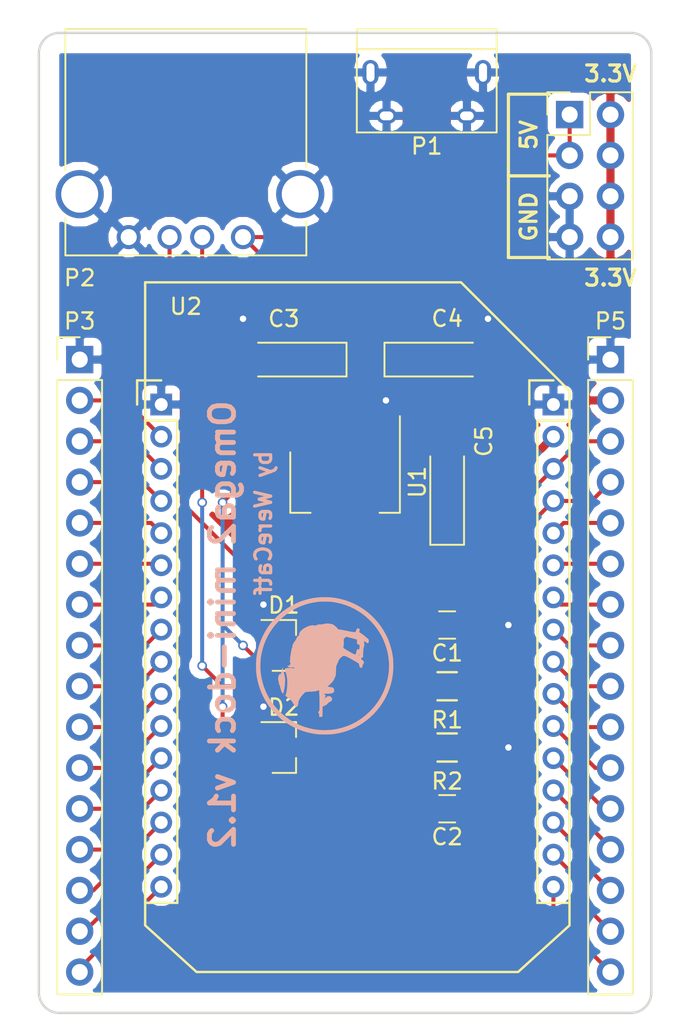
<source format=kicad_pcb>
(kicad_pcb (version 4) (host pcbnew 4.0.5)

  (general
    (links 76)
    (no_connects 0)
    (area 106.604999 76.124999 144.855001 137.235001)
    (thickness 1.6)
    (drawings 20)
    (tracks 143)
    (zones 0)
    (modules 17)
    (nets 33)
  )

  (page A4)
  (title_block
    (title "Omega2 mini-dock")
    (date 2017-02-22)
    (rev 1.2)
    (company "By WereCatf")
    (comment 1 "Public Domain")
  )

  (layers
    (0 F.Cu signal)
    (31 B.Cu signal)
    (32 B.Adhes user)
    (33 F.Adhes user)
    (34 B.Paste user)
    (35 F.Paste user)
    (36 B.SilkS user)
    (37 F.SilkS user)
    (38 B.Mask user)
    (39 F.Mask user)
    (40 Dwgs.User user)
    (41 Cmts.User user)
    (42 Eco1.User user)
    (43 Eco2.User user)
    (44 Edge.Cuts user)
    (45 Margin user)
    (46 B.CrtYd user)
    (47 F.CrtYd user)
    (48 B.Fab user)
    (49 F.Fab user)
  )

  (setup
    (last_trace_width 0.25)
    (trace_clearance 0.2)
    (zone_clearance 0.508)
    (zone_45_only no)
    (trace_min 0.2)
    (segment_width 0.2)
    (edge_width 0.15)
    (via_size 0.6)
    (via_drill 0.4)
    (via_min_size 0.4)
    (via_min_drill 0.3)
    (uvia_size 0.3)
    (uvia_drill 0.1)
    (uvias_allowed no)
    (uvia_min_size 0.2)
    (uvia_min_drill 0.1)
    (pcb_text_width 0.3)
    (pcb_text_size 1.5 1.5)
    (mod_edge_width 0.15)
    (mod_text_size 1 1)
    (mod_text_width 0.15)
    (pad_size 1.524 1.524)
    (pad_drill 0.762)
    (pad_to_mask_clearance 0.2)
    (aux_axis_origin 0 0)
    (visible_elements 7FFEFFFF)
    (pcbplotparams
      (layerselection 0x010f0_80000001)
      (usegerberextensions false)
      (excludeedgelayer true)
      (linewidth 0.100000)
      (plotframeref false)
      (viasonmask false)
      (mode 1)
      (useauxorigin false)
      (hpglpennumber 1)
      (hpglpenspeed 20)
      (hpglpendiameter 15)
      (hpglpenoverlay 2)
      (psnegative false)
      (psa4output false)
      (plotreference true)
      (plotvalue true)
      (plotinvisibletext false)
      (padsonsilk false)
      (subtractmaskfromsilk false)
      (outputformat 1)
      (mirror false)
      (drillshape 0)
      (scaleselection 1)
      (outputdirectory gerber))
  )

  (net 0 "")
  (net 1 GND)
  (net 2 USB_D+)
  (net 3 USB_D-)
  (net 4 +5V)
  (net 5 +3V3)
  (net 6 GPIO11)
  (net 7 I2S_CLK)
  (net 8 I2S_WS)
  (net 9 GPIO17)
  (net 10 GPIO16)
  (net 11 GPIO15)
  (net 12 UART1_RX)
  (net 13 UART1_TX)
  (net 14 MISO)
  (net 15 MOSI)
  (net 16 SCLK)
  (net 17 CS1)
  (net 18 I2S_SDO)
  (net 19 I2S_SDI)
  (net 20 MCU_RESET)
  (net 21 UART0_RX)
  (net 22 UART0_TX)
  (net 23 FW_RESET)
  (net 24 3.3VOUT)
  (net 25 ETH_TX-)
  (net 26 ETH_TX+)
  (net 27 ETH_RX-)
  (net 28 ETH_RX+)
  (net 29 GPIO18)
  (net 30 GPIO19)
  (net 31 I2C_SCL)
  (net 32 I2C_SDA)

  (net_class Default "This is the default net class."
    (clearance 0.2)
    (trace_width 0.25)
    (via_dia 0.6)
    (via_drill 0.4)
    (uvia_dia 0.3)
    (uvia_drill 0.1)
    (add_net +3V3)
    (add_net +5V)
    (add_net 3.3VOUT)
    (add_net CS1)
    (add_net ETH_RX+)
    (add_net ETH_RX-)
    (add_net ETH_TX+)
    (add_net ETH_TX-)
    (add_net FW_RESET)
    (add_net GND)
    (add_net GPIO11)
    (add_net GPIO15)
    (add_net GPIO16)
    (add_net GPIO17)
    (add_net GPIO18)
    (add_net GPIO19)
    (add_net I2C_SCL)
    (add_net I2C_SDA)
    (add_net I2S_CLK)
    (add_net I2S_SDI)
    (add_net I2S_SDO)
    (add_net I2S_WS)
    (add_net MCU_RESET)
    (add_net MISO)
    (add_net MOSI)
    (add_net SCLK)
    (add_net UART0_RX)
    (add_net UART0_TX)
    (add_net UART1_RX)
    (add_net UART1_TX)
    (add_net USB_D+)
    (add_net USB_D-)
  )

  (module Capacitors_SMD:C_0805_HandSoldering (layer F.Cu) (tedit 58AA84A8) (tstamp 58AAEA53)
    (at 132.08 113.03 180)
    (descr "Capacitor SMD 0805, hand soldering")
    (tags "capacitor 0805")
    (path /58AABBE8)
    (attr smd)
    (fp_text reference C1 (at 0 -1.75 180) (layer F.SilkS)
      (effects (font (size 1 1) (thickness 0.15)))
    )
    (fp_text value 47pF (at 0 1.75 180) (layer F.Fab)
      (effects (font (size 1 1) (thickness 0.15)))
    )
    (fp_text user %R (at 0 -1.75 180) (layer F.Fab)
      (effects (font (size 1 1) (thickness 0.15)))
    )
    (fp_line (start -1 0.62) (end -1 -0.62) (layer F.Fab) (width 0.1))
    (fp_line (start 1 0.62) (end -1 0.62) (layer F.Fab) (width 0.1))
    (fp_line (start 1 -0.62) (end 1 0.62) (layer F.Fab) (width 0.1))
    (fp_line (start -1 -0.62) (end 1 -0.62) (layer F.Fab) (width 0.1))
    (fp_line (start 0.5 -0.85) (end -0.5 -0.85) (layer F.SilkS) (width 0.12))
    (fp_line (start -0.5 0.85) (end 0.5 0.85) (layer F.SilkS) (width 0.12))
    (fp_line (start -2.25 -0.88) (end 2.25 -0.88) (layer F.CrtYd) (width 0.05))
    (fp_line (start -2.25 -0.88) (end -2.25 0.87) (layer F.CrtYd) (width 0.05))
    (fp_line (start 2.25 0.87) (end 2.25 -0.88) (layer F.CrtYd) (width 0.05))
    (fp_line (start 2.25 0.87) (end -2.25 0.87) (layer F.CrtYd) (width 0.05))
    (pad 1 smd rect (at -1.25 0 180) (size 1.5 1.25) (layers F.Cu F.Paste F.Mask)
      (net 1 GND))
    (pad 2 smd rect (at 1.25 0 180) (size 1.5 1.25) (layers F.Cu F.Paste F.Mask)
      (net 2 USB_D+))
    (model Capacitors_SMD.3dshapes/C_0805.wrl
      (at (xyz 0 0 0))
      (scale (xyz 1 1 1))
      (rotate (xyz 0 0 0))
    )
  )

  (module Capacitors_SMD:C_0805_HandSoldering (layer F.Cu) (tedit 58AA84A8) (tstamp 58AAEA59)
    (at 132.08 124.46 180)
    (descr "Capacitor SMD 0805, hand soldering")
    (tags "capacitor 0805")
    (path /58AABC7D)
    (attr smd)
    (fp_text reference C2 (at 0 -1.75 180) (layer F.SilkS)
      (effects (font (size 1 1) (thickness 0.15)))
    )
    (fp_text value 47pF (at 0 1.75 180) (layer F.Fab)
      (effects (font (size 1 1) (thickness 0.15)))
    )
    (fp_text user %R (at 0 -1.75 180) (layer F.Fab)
      (effects (font (size 1 1) (thickness 0.15)))
    )
    (fp_line (start -1 0.62) (end -1 -0.62) (layer F.Fab) (width 0.1))
    (fp_line (start 1 0.62) (end -1 0.62) (layer F.Fab) (width 0.1))
    (fp_line (start 1 -0.62) (end 1 0.62) (layer F.Fab) (width 0.1))
    (fp_line (start -1 -0.62) (end 1 -0.62) (layer F.Fab) (width 0.1))
    (fp_line (start 0.5 -0.85) (end -0.5 -0.85) (layer F.SilkS) (width 0.12))
    (fp_line (start -0.5 0.85) (end 0.5 0.85) (layer F.SilkS) (width 0.12))
    (fp_line (start -2.25 -0.88) (end 2.25 -0.88) (layer F.CrtYd) (width 0.05))
    (fp_line (start -2.25 -0.88) (end -2.25 0.87) (layer F.CrtYd) (width 0.05))
    (fp_line (start 2.25 0.87) (end 2.25 -0.88) (layer F.CrtYd) (width 0.05))
    (fp_line (start 2.25 0.87) (end -2.25 0.87) (layer F.CrtYd) (width 0.05))
    (pad 1 smd rect (at -1.25 0 180) (size 1.5 1.25) (layers F.Cu F.Paste F.Mask)
      (net 1 GND))
    (pad 2 smd rect (at 1.25 0 180) (size 1.5 1.25) (layers F.Cu F.Paste F.Mask)
      (net 3 USB_D-))
    (model Capacitors_SMD.3dshapes/C_0805.wrl
      (at (xyz 0 0 0))
      (scale (xyz 1 1 1))
      (rotate (xyz 0 0 0))
    )
  )

  (module TO_SOT_Packages_SMD:SOT-23 (layer F.Cu) (tedit 5883B105) (tstamp 58AAEA72)
    (at 121.92 114.3)
    (descr "SOT-23, Standard")
    (tags SOT-23)
    (path /58AE219F)
    (attr smd)
    (fp_text reference D1 (at 0 -2.5) (layer F.SilkS)
      (effects (font (size 1 1) (thickness 0.15)))
    )
    (fp_text value BAT54S (at 0 2.5) (layer F.Fab)
      (effects (font (size 1 1) (thickness 0.15)))
    )
    (fp_line (start -0.7 -0.95) (end -0.7 1.5) (layer F.Fab) (width 0.1))
    (fp_line (start -0.15 -1.52) (end 0.7 -1.52) (layer F.Fab) (width 0.1))
    (fp_line (start -0.7 -0.95) (end -0.15 -1.52) (layer F.Fab) (width 0.1))
    (fp_line (start 0.7 -1.52) (end 0.7 1.52) (layer F.Fab) (width 0.1))
    (fp_line (start -0.7 1.52) (end 0.7 1.52) (layer F.Fab) (width 0.1))
    (fp_line (start 0.76 1.58) (end 0.76 0.65) (layer F.SilkS) (width 0.12))
    (fp_line (start 0.76 -1.58) (end 0.76 -0.65) (layer F.SilkS) (width 0.12))
    (fp_line (start -1.7 -1.75) (end 1.7 -1.75) (layer F.CrtYd) (width 0.05))
    (fp_line (start 1.7 -1.75) (end 1.7 1.75) (layer F.CrtYd) (width 0.05))
    (fp_line (start 1.7 1.75) (end -1.7 1.75) (layer F.CrtYd) (width 0.05))
    (fp_line (start -1.7 1.75) (end -1.7 -1.75) (layer F.CrtYd) (width 0.05))
    (fp_line (start 0.76 -1.58) (end -1.4 -1.58) (layer F.SilkS) (width 0.12))
    (fp_line (start 0.76 1.58) (end -0.7 1.58) (layer F.SilkS) (width 0.12))
    (pad 1 smd rect (at -1 -0.95) (size 0.9 0.8) (layers F.Cu F.Paste F.Mask)
      (net 1 GND))
    (pad 2 smd rect (at -1 0.95) (size 0.9 0.8) (layers F.Cu F.Paste F.Mask)
      (net 4 +5V))
    (pad 3 smd rect (at 1 0) (size 0.9 0.8) (layers F.Cu F.Paste F.Mask)
      (net 2 USB_D+))
    (model TO_SOT_Packages_SMD.3dshapes/SOT-23.wrl
      (at (xyz 0 0 0))
      (scale (xyz 1 1 1))
      (rotate (xyz 0 0 90))
    )
  )

  (module TO_SOT_Packages_SMD:SOT-23 (layer F.Cu) (tedit 5883B105) (tstamp 58AAEA79)
    (at 121.92 120.65)
    (descr "SOT-23, Standard")
    (tags SOT-23)
    (path /58AE4050)
    (attr smd)
    (fp_text reference D2 (at 0 -2.5) (layer F.SilkS)
      (effects (font (size 1 1) (thickness 0.15)))
    )
    (fp_text value BAT54S (at 0 2.5) (layer F.Fab)
      (effects (font (size 1 1) (thickness 0.15)))
    )
    (fp_line (start -0.7 -0.95) (end -0.7 1.5) (layer F.Fab) (width 0.1))
    (fp_line (start -0.15 -1.52) (end 0.7 -1.52) (layer F.Fab) (width 0.1))
    (fp_line (start -0.7 -0.95) (end -0.15 -1.52) (layer F.Fab) (width 0.1))
    (fp_line (start 0.7 -1.52) (end 0.7 1.52) (layer F.Fab) (width 0.1))
    (fp_line (start -0.7 1.52) (end 0.7 1.52) (layer F.Fab) (width 0.1))
    (fp_line (start 0.76 1.58) (end 0.76 0.65) (layer F.SilkS) (width 0.12))
    (fp_line (start 0.76 -1.58) (end 0.76 -0.65) (layer F.SilkS) (width 0.12))
    (fp_line (start -1.7 -1.75) (end 1.7 -1.75) (layer F.CrtYd) (width 0.05))
    (fp_line (start 1.7 -1.75) (end 1.7 1.75) (layer F.CrtYd) (width 0.05))
    (fp_line (start 1.7 1.75) (end -1.7 1.75) (layer F.CrtYd) (width 0.05))
    (fp_line (start -1.7 1.75) (end -1.7 -1.75) (layer F.CrtYd) (width 0.05))
    (fp_line (start 0.76 -1.58) (end -1.4 -1.58) (layer F.SilkS) (width 0.12))
    (fp_line (start 0.76 1.58) (end -0.7 1.58) (layer F.SilkS) (width 0.12))
    (pad 1 smd rect (at -1 -0.95) (size 0.9 0.8) (layers F.Cu F.Paste F.Mask)
      (net 1 GND))
    (pad 2 smd rect (at -1 0.95) (size 0.9 0.8) (layers F.Cu F.Paste F.Mask)
      (net 4 +5V))
    (pad 3 smd rect (at 1 0) (size 0.9 0.8) (layers F.Cu F.Paste F.Mask)
      (net 3 USB_D-))
    (model TO_SOT_Packages_SMD.3dshapes/SOT-23.wrl
      (at (xyz 0 0 0))
      (scale (xyz 1 1 1))
      (rotate (xyz 0 0 90))
    )
  )

  (module Connectors:USB_Micro-B (layer F.Cu) (tedit 5543E447) (tstamp 58AAEA86)
    (at 130.81 80.01 180)
    (descr "Micro USB Type B Receptacle")
    (tags "USB USB_B USB_micro USB_OTG")
    (path /58AAB30E)
    (attr smd)
    (fp_text reference P1 (at 0 -3.24 180) (layer F.SilkS)
      (effects (font (size 1 1) (thickness 0.15)))
    )
    (fp_text value USB_OTG (at 0 5.01 180) (layer F.Fab)
      (effects (font (size 1 1) (thickness 0.15)))
    )
    (fp_line (start -4.6 -2.59) (end 4.6 -2.59) (layer F.CrtYd) (width 0.05))
    (fp_line (start 4.6 -2.59) (end 4.6 4.26) (layer F.CrtYd) (width 0.05))
    (fp_line (start 4.6 4.26) (end -4.6 4.26) (layer F.CrtYd) (width 0.05))
    (fp_line (start -4.6 4.26) (end -4.6 -2.59) (layer F.CrtYd) (width 0.05))
    (fp_line (start -4.35 4.03) (end 4.35 4.03) (layer F.SilkS) (width 0.12))
    (fp_line (start -4.35 -2.38) (end 4.35 -2.38) (layer F.SilkS) (width 0.12))
    (fp_line (start 4.35 -2.38) (end 4.35 4.03) (layer F.SilkS) (width 0.12))
    (fp_line (start 4.35 2.8) (end -4.35 2.8) (layer F.SilkS) (width 0.12))
    (fp_line (start -4.35 4.03) (end -4.35 -2.38) (layer F.SilkS) (width 0.12))
    (pad 1 smd rect (at -1.3 -1.35 270) (size 1.35 0.4) (layers F.Cu F.Paste F.Mask)
      (net 4 +5V))
    (pad 2 smd rect (at -0.65 -1.35 270) (size 1.35 0.4) (layers F.Cu F.Paste F.Mask))
    (pad 3 smd rect (at 0 -1.35 270) (size 1.35 0.4) (layers F.Cu F.Paste F.Mask))
    (pad 4 smd rect (at 0.65 -1.35 270) (size 1.35 0.4) (layers F.Cu F.Paste F.Mask))
    (pad 5 smd rect (at 1.3 -1.35 270) (size 1.35 0.4) (layers F.Cu F.Paste F.Mask)
      (net 1 GND))
    (pad 6 thru_hole oval (at -2.5 -1.35 270) (size 0.95 1.25) (drill oval 0.55 0.85) (layers *.Cu *.Mask)
      (net 1 GND))
    (pad 6 thru_hole oval (at 2.5 -1.35 270) (size 0.95 1.25) (drill oval 0.55 0.85) (layers *.Cu *.Mask)
      (net 1 GND))
    (pad 6 thru_hole oval (at -3.5 1.35 270) (size 1.55 1) (drill oval 1.15 0.5) (layers *.Cu *.Mask)
      (net 1 GND))
    (pad 6 thru_hole oval (at 3.5 1.35 270) (size 1.55 1) (drill oval 1.15 0.5) (layers *.Cu *.Mask)
      (net 1 GND))
  )

  (module Connectors:USB_A (layer F.Cu) (tedit 58AD08C0) (tstamp 58AAEA90)
    (at 119.38 88.9 180)
    (descr "USB A connector")
    (tags "USB USB_A")
    (path /58AAB361)
    (fp_text reference P2 (at 10.16 -2.54 180) (layer F.SilkS)
      (effects (font (size 1 1) (thickness 0.15)))
    )
    (fp_text value USB_A (at 3.84 7.44 180) (layer F.Fab)
      (effects (font (size 1 1) (thickness 0.15)))
    )
    (fp_line (start -5.3 13.2) (end -5.3 -1.4) (layer F.CrtYd) (width 0.05))
    (fp_line (start 11.95 -1.4) (end 11.95 13.2) (layer F.CrtYd) (width 0.05))
    (fp_line (start -5.3 13.2) (end 11.95 13.2) (layer F.CrtYd) (width 0.05))
    (fp_line (start -5.3 -1.4) (end 11.95 -1.4) (layer F.CrtYd) (width 0.05))
    (fp_line (start 11.05 -1.14) (end 11.05 1.19) (layer F.SilkS) (width 0.12))
    (fp_line (start -3.94 -1.14) (end -3.94 0.98) (layer F.SilkS) (width 0.12))
    (fp_line (start 11.05 -1.14) (end -3.94 -1.14) (layer F.SilkS) (width 0.12))
    (fp_line (start 11.05 12.95) (end -3.94 12.95) (layer F.SilkS) (width 0.12))
    (fp_line (start 11.05 4.15) (end 11.05 12.95) (layer F.SilkS) (width 0.12))
    (fp_line (start -3.94 4.35) (end -3.94 12.95) (layer F.SilkS) (width 0.12))
    (pad 4 thru_hole circle (at 7.11 0 90) (size 1.5 1.5) (drill 1) (layers *.Cu *.Mask)
      (net 1 GND))
    (pad 3 thru_hole circle (at 4.57 0 90) (size 1.5 1.5) (drill 1) (layers *.Cu *.Mask)
      (net 2 USB_D+))
    (pad 2 thru_hole circle (at 2.54 0 90) (size 1.5 1.5) (drill 1) (layers *.Cu *.Mask)
      (net 3 USB_D-))
    (pad 1 thru_hole circle (at 0 0 90) (size 1.5 1.5) (drill 1) (layers *.Cu *.Mask)
      (net 4 +5V))
    (pad 5 thru_hole circle (at 10.16 2.67 90) (size 3 3) (drill 2.3) (layers *.Cu *.Mask)
      (net 1 GND))
    (pad 5 thru_hole circle (at -3.56 2.67 90) (size 3 3) (drill 2.3) (layers *.Cu *.Mask)
      (net 1 GND))
    (model Connectors.3dshapes/USB_A.wrl
      (at (xyz 0.14 0 0))
      (scale (xyz 1 1 1))
      (rotate (xyz 0 0 90))
    )
  )

  (module Pin_Headers:Pin_Header_Straight_1x16_Pitch2.54mm (layer F.Cu) (tedit 5862ED52) (tstamp 58AAEAA4)
    (at 109.22 96.52)
    (descr "Through hole straight pin header, 1x16, 2.54mm pitch, single row")
    (tags "Through hole pin header THT 1x16 2.54mm single row")
    (path /58AE08EE)
    (fp_text reference P3 (at 0 -2.39) (layer F.SilkS)
      (effects (font (size 1 1) (thickness 0.15)))
    )
    (fp_text value CONN_01X16 (at 0 40.49) (layer F.Fab)
      (effects (font (size 1 1) (thickness 0.15)))
    )
    (fp_line (start -1.27 -1.27) (end -1.27 39.37) (layer F.Fab) (width 0.1))
    (fp_line (start -1.27 39.37) (end 1.27 39.37) (layer F.Fab) (width 0.1))
    (fp_line (start 1.27 39.37) (end 1.27 -1.27) (layer F.Fab) (width 0.1))
    (fp_line (start 1.27 -1.27) (end -1.27 -1.27) (layer F.Fab) (width 0.1))
    (fp_line (start -1.39 1.27) (end -1.39 39.49) (layer F.SilkS) (width 0.12))
    (fp_line (start -1.39 39.49) (end 1.39 39.49) (layer F.SilkS) (width 0.12))
    (fp_line (start 1.39 39.49) (end 1.39 1.27) (layer F.SilkS) (width 0.12))
    (fp_line (start 1.39 1.27) (end -1.39 1.27) (layer F.SilkS) (width 0.12))
    (fp_line (start -1.39 0) (end -1.39 -1.39) (layer F.SilkS) (width 0.12))
    (fp_line (start -1.39 -1.39) (end 0 -1.39) (layer F.SilkS) (width 0.12))
    (fp_line (start -1.6 -1.6) (end -1.6 39.7) (layer F.CrtYd) (width 0.05))
    (fp_line (start -1.6 39.7) (end 1.6 39.7) (layer F.CrtYd) (width 0.05))
    (fp_line (start 1.6 39.7) (end 1.6 -1.6) (layer F.CrtYd) (width 0.05))
    (fp_line (start 1.6 -1.6) (end -1.6 -1.6) (layer F.CrtYd) (width 0.05))
    (pad 1 thru_hole rect (at 0 0) (size 1.7 1.7) (drill 1) (layers *.Cu *.Mask)
      (net 1 GND))
    (pad 2 thru_hole oval (at 0 2.54) (size 1.7 1.7) (drill 1) (layers *.Cu *.Mask)
      (net 6 GPIO11))
    (pad 3 thru_hole oval (at 0 5.08) (size 1.7 1.7) (drill 1) (layers *.Cu *.Mask)
      (net 7 I2S_CLK))
    (pad 4 thru_hole oval (at 0 7.62) (size 1.7 1.7) (drill 1) (layers *.Cu *.Mask)
      (net 8 I2S_WS))
    (pad 5 thru_hole oval (at 0 10.16) (size 1.7 1.7) (drill 1) (layers *.Cu *.Mask)
      (net 9 GPIO17))
    (pad 6 thru_hole oval (at 0 12.7) (size 1.7 1.7) (drill 1) (layers *.Cu *.Mask)
      (net 10 GPIO16))
    (pad 7 thru_hole oval (at 0 15.24) (size 1.7 1.7) (drill 1) (layers *.Cu *.Mask)
      (net 11 GPIO15))
    (pad 8 thru_hole oval (at 0 17.78) (size 1.7 1.7) (drill 1) (layers *.Cu *.Mask)
      (net 12 UART1_RX))
    (pad 9 thru_hole oval (at 0 20.32) (size 1.7 1.7) (drill 1) (layers *.Cu *.Mask)
      (net 13 UART1_TX))
    (pad 10 thru_hole oval (at 0 22.86) (size 1.7 1.7) (drill 1) (layers *.Cu *.Mask)
      (net 14 MISO))
    (pad 11 thru_hole oval (at 0 25.4) (size 1.7 1.7) (drill 1) (layers *.Cu *.Mask)
      (net 15 MOSI))
    (pad 12 thru_hole oval (at 0 27.94) (size 1.7 1.7) (drill 1) (layers *.Cu *.Mask)
      (net 16 SCLK))
    (pad 13 thru_hole oval (at 0 30.48) (size 1.7 1.7) (drill 1) (layers *.Cu *.Mask)
      (net 17 CS1))
    (pad 14 thru_hole oval (at 0 33.02) (size 1.7 1.7) (drill 1) (layers *.Cu *.Mask)
      (net 18 I2S_SDO))
    (pad 15 thru_hole oval (at 0 35.56) (size 1.7 1.7) (drill 1) (layers *.Cu *.Mask)
      (net 19 I2S_SDI))
    (pad 16 thru_hole oval (at 0 38.1) (size 1.7 1.7) (drill 1) (layers *.Cu *.Mask)
      (net 20 MCU_RESET))
    (model Pin_Headers.3dshapes/Pin_Header_Straight_1x16_Pitch2.54mm.wrl
      (at (xyz 0 -0.75 0))
      (scale (xyz 1 1 1))
      (rotate (xyz 0 0 90))
    )
  )

  (module Pin_Headers:Pin_Header_Straight_1x16_Pitch2.54mm (layer F.Cu) (tedit 5862ED52) (tstamp 58AAEACC)
    (at 142.24 96.52)
    (descr "Through hole straight pin header, 1x16, 2.54mm pitch, single row")
    (tags "Through hole pin header THT 1x16 2.54mm single row")
    (path /58AE09A2)
    (fp_text reference P5 (at 0 -2.39) (layer F.SilkS)
      (effects (font (size 1 1) (thickness 0.15)))
    )
    (fp_text value CONN_01X16 (at 0 40.49) (layer F.Fab)
      (effects (font (size 1 1) (thickness 0.15)))
    )
    (fp_line (start -1.27 -1.27) (end -1.27 39.37) (layer F.Fab) (width 0.1))
    (fp_line (start -1.27 39.37) (end 1.27 39.37) (layer F.Fab) (width 0.1))
    (fp_line (start 1.27 39.37) (end 1.27 -1.27) (layer F.Fab) (width 0.1))
    (fp_line (start 1.27 -1.27) (end -1.27 -1.27) (layer F.Fab) (width 0.1))
    (fp_line (start -1.39 1.27) (end -1.39 39.49) (layer F.SilkS) (width 0.12))
    (fp_line (start -1.39 39.49) (end 1.39 39.49) (layer F.SilkS) (width 0.12))
    (fp_line (start 1.39 39.49) (end 1.39 1.27) (layer F.SilkS) (width 0.12))
    (fp_line (start 1.39 1.27) (end -1.39 1.27) (layer F.SilkS) (width 0.12))
    (fp_line (start -1.39 0) (end -1.39 -1.39) (layer F.SilkS) (width 0.12))
    (fp_line (start -1.39 -1.39) (end 0 -1.39) (layer F.SilkS) (width 0.12))
    (fp_line (start -1.6 -1.6) (end -1.6 39.7) (layer F.CrtYd) (width 0.05))
    (fp_line (start -1.6 39.7) (end 1.6 39.7) (layer F.CrtYd) (width 0.05))
    (fp_line (start 1.6 39.7) (end 1.6 -1.6) (layer F.CrtYd) (width 0.05))
    (fp_line (start 1.6 -1.6) (end -1.6 -1.6) (layer F.CrtYd) (width 0.05))
    (pad 1 thru_hole rect (at 0 0) (size 1.7 1.7) (drill 1) (layers *.Cu *.Mask)
      (net 1 GND))
    (pad 2 thru_hole oval (at 0 2.54) (size 1.7 1.7) (drill 1) (layers *.Cu *.Mask)
      (net 5 +3V3))
    (pad 3 thru_hole oval (at 0 5.08) (size 1.7 1.7) (drill 1) (layers *.Cu *.Mask)
      (net 2 USB_D+))
    (pad 4 thru_hole oval (at 0 7.62) (size 1.7 1.7) (drill 1) (layers *.Cu *.Mask)
      (net 3 USB_D-))
    (pad 5 thru_hole oval (at 0 10.16) (size 1.7 1.7) (drill 1) (layers *.Cu *.Mask)
      (net 21 UART0_RX))
    (pad 6 thru_hole oval (at 0 12.7) (size 1.7 1.7) (drill 1) (layers *.Cu *.Mask)
      (net 22 UART0_TX))
    (pad 7 thru_hole oval (at 0 15.24) (size 1.7 1.7) (drill 1) (layers *.Cu *.Mask)
      (net 23 FW_RESET))
    (pad 8 thru_hole oval (at 0 17.78) (size 1.7 1.7) (drill 1) (layers *.Cu *.Mask)
      (net 24 3.3VOUT))
    (pad 9 thru_hole oval (at 0 20.32) (size 1.7 1.7) (drill 1) (layers *.Cu *.Mask)
      (net 25 ETH_TX-))
    (pad 10 thru_hole oval (at 0 22.86) (size 1.7 1.7) (drill 1) (layers *.Cu *.Mask)
      (net 26 ETH_TX+))
    (pad 11 thru_hole oval (at 0 25.4) (size 1.7 1.7) (drill 1) (layers *.Cu *.Mask)
      (net 27 ETH_RX-))
    (pad 12 thru_hole oval (at 0 27.94) (size 1.7 1.7) (drill 1) (layers *.Cu *.Mask)
      (net 28 ETH_RX+))
    (pad 13 thru_hole oval (at 0 30.48) (size 1.7 1.7) (drill 1) (layers *.Cu *.Mask)
      (net 29 GPIO18))
    (pad 14 thru_hole oval (at 0 33.02) (size 1.7 1.7) (drill 1) (layers *.Cu *.Mask)
      (net 30 GPIO19))
    (pad 15 thru_hole oval (at 0 35.56) (size 1.7 1.7) (drill 1) (layers *.Cu *.Mask)
      (net 31 I2C_SCL))
    (pad 16 thru_hole oval (at 0 38.1) (size 1.7 1.7) (drill 1) (layers *.Cu *.Mask)
      (net 32 I2C_SDA))
    (model Pin_Headers.3dshapes/Pin_Header_Straight_1x16_Pitch2.54mm.wrl
      (at (xyz 0 -0.75 0))
      (scale (xyz 1 1 1))
      (rotate (xyz 0 0 90))
    )
  )

  (module Resistors_SMD:R_0805_HandSoldering (layer F.Cu) (tedit 58307B90) (tstamp 58AAEAF0)
    (at 132.08 116.84 180)
    (descr "Resistor SMD 0805, hand soldering")
    (tags "resistor 0805")
    (path /58AAB91D)
    (attr smd)
    (fp_text reference R1 (at 0 -2.1 180) (layer F.SilkS)
      (effects (font (size 1 1) (thickness 0.15)))
    )
    (fp_text value 15k (at 0 2.1 180) (layer F.Fab)
      (effects (font (size 1 1) (thickness 0.15)))
    )
    (fp_line (start -1 0.625) (end -1 -0.625) (layer F.Fab) (width 0.1))
    (fp_line (start 1 0.625) (end -1 0.625) (layer F.Fab) (width 0.1))
    (fp_line (start 1 -0.625) (end 1 0.625) (layer F.Fab) (width 0.1))
    (fp_line (start -1 -0.625) (end 1 -0.625) (layer F.Fab) (width 0.1))
    (fp_line (start -2.4 -1) (end 2.4 -1) (layer F.CrtYd) (width 0.05))
    (fp_line (start -2.4 1) (end 2.4 1) (layer F.CrtYd) (width 0.05))
    (fp_line (start -2.4 -1) (end -2.4 1) (layer F.CrtYd) (width 0.05))
    (fp_line (start 2.4 -1) (end 2.4 1) (layer F.CrtYd) (width 0.05))
    (fp_line (start 0.6 0.875) (end -0.6 0.875) (layer F.SilkS) (width 0.15))
    (fp_line (start -0.6 -0.875) (end 0.6 -0.875) (layer F.SilkS) (width 0.15))
    (pad 1 smd rect (at -1.35 0 180) (size 1.5 1.3) (layers F.Cu F.Paste F.Mask)
      (net 1 GND))
    (pad 2 smd rect (at 1.35 0 180) (size 1.5 1.3) (layers F.Cu F.Paste F.Mask)
      (net 2 USB_D+))
    (model Resistors_SMD.3dshapes/R_0805_HandSoldering.wrl
      (at (xyz 0 0 0))
      (scale (xyz 1 1 1))
      (rotate (xyz 0 0 0))
    )
  )

  (module Resistors_SMD:R_0805_HandSoldering (layer F.Cu) (tedit 58307B90) (tstamp 58AAEAF6)
    (at 132.08 120.65 180)
    (descr "Resistor SMD 0805, hand soldering")
    (tags "resistor 0805")
    (path /58AAB9B4)
    (attr smd)
    (fp_text reference R2 (at 0 -2.1 180) (layer F.SilkS)
      (effects (font (size 1 1) (thickness 0.15)))
    )
    (fp_text value 15k (at 0 2.1 180) (layer F.Fab)
      (effects (font (size 1 1) (thickness 0.15)))
    )
    (fp_line (start -1 0.625) (end -1 -0.625) (layer F.Fab) (width 0.1))
    (fp_line (start 1 0.625) (end -1 0.625) (layer F.Fab) (width 0.1))
    (fp_line (start 1 -0.625) (end 1 0.625) (layer F.Fab) (width 0.1))
    (fp_line (start -1 -0.625) (end 1 -0.625) (layer F.Fab) (width 0.1))
    (fp_line (start -2.4 -1) (end 2.4 -1) (layer F.CrtYd) (width 0.05))
    (fp_line (start -2.4 1) (end 2.4 1) (layer F.CrtYd) (width 0.05))
    (fp_line (start -2.4 -1) (end -2.4 1) (layer F.CrtYd) (width 0.05))
    (fp_line (start 2.4 -1) (end 2.4 1) (layer F.CrtYd) (width 0.05))
    (fp_line (start 0.6 0.875) (end -0.6 0.875) (layer F.SilkS) (width 0.15))
    (fp_line (start -0.6 -0.875) (end 0.6 -0.875) (layer F.SilkS) (width 0.15))
    (pad 1 smd rect (at -1.35 0 180) (size 1.5 1.3) (layers F.Cu F.Paste F.Mask)
      (net 1 GND))
    (pad 2 smd rect (at 1.35 0 180) (size 1.5 1.3) (layers F.Cu F.Paste F.Mask)
      (net 3 USB_D-))
    (model Resistors_SMD.3dshapes/R_0805_HandSoldering.wrl
      (at (xyz 0 0 0))
      (scale (xyz 1 1 1))
      (rotate (xyz 0 0 0))
    )
  )

  (module TO_SOT_Packages_SMD:SOT-223 (layer F.Cu) (tedit 5883B228) (tstamp 58AAEAFE)
    (at 125.73 104.14 270)
    (descr "module CMS SOT223 4 pins")
    (tags "CMS SOT")
    (path /58AAB204)
    (attr smd)
    (fp_text reference U1 (at 0 -4.5 270) (layer F.SilkS)
      (effects (font (size 1 1) (thickness 0.15)))
    )
    (fp_text value LM1117-3.3 (at 0 4.5 270) (layer F.Fab)
      (effects (font (size 1 1) (thickness 0.15)))
    )
    (fp_line (start -1.85 -2.3) (end -0.8 -3.35) (layer F.Fab) (width 0.1))
    (fp_line (start 1.91 3.41) (end 1.91 2.15) (layer F.SilkS) (width 0.12))
    (fp_line (start 1.91 -3.41) (end 1.91 -2.15) (layer F.SilkS) (width 0.12))
    (fp_line (start 4.4 -3.6) (end -4.4 -3.6) (layer F.CrtYd) (width 0.05))
    (fp_line (start 4.4 3.6) (end 4.4 -3.6) (layer F.CrtYd) (width 0.05))
    (fp_line (start -4.4 3.6) (end 4.4 3.6) (layer F.CrtYd) (width 0.05))
    (fp_line (start -4.4 -3.6) (end -4.4 3.6) (layer F.CrtYd) (width 0.05))
    (fp_line (start -1.85 -2.3) (end -1.85 3.35) (layer F.Fab) (width 0.1))
    (fp_line (start -1.85 3.41) (end 1.91 3.41) (layer F.SilkS) (width 0.12))
    (fp_line (start -0.8 -3.35) (end 1.85 -3.35) (layer F.Fab) (width 0.1))
    (fp_line (start -4.1 -3.41) (end 1.91 -3.41) (layer F.SilkS) (width 0.12))
    (fp_line (start -1.85 3.35) (end 1.85 3.35) (layer F.Fab) (width 0.1))
    (fp_line (start 1.85 -3.35) (end 1.85 3.35) (layer F.Fab) (width 0.1))
    (pad 4 smd rect (at 3.15 0 270) (size 2 3.8) (layers F.Cu F.Paste F.Mask)
      (net 5 +3V3))
    (pad 2 smd rect (at -3.15 0 270) (size 2 1.5) (layers F.Cu F.Paste F.Mask)
      (net 5 +3V3))
    (pad 3 smd rect (at -3.15 2.3 270) (size 2 1.5) (layers F.Cu F.Paste F.Mask)
      (net 4 +5V))
    (pad 1 smd rect (at -3.15 -2.3 270) (size 2 1.5) (layers F.Cu F.Paste F.Mask)
      (net 1 GND))
    (model TO_SOT_Packages_SMD.3dshapes/SOT-223.wrl
      (at (xyz 0 0 0))
      (scale (xyz 0.4 0.4 0.4))
      (rotate (xyz 0 0 90))
    )
  )

  (module Capacitors_Tantalum_SMD:CP_Tantalum_Case-A_EIA-3216-18_Hand (layer F.Cu) (tedit 58AD0C00) (tstamp 58AC41B2)
    (at 121.92 96.52 180)
    (descr "Tantalum capacitor, Case A, EIA 3216-18, 3.2x1.6x1.6mm, Hand soldering footprint")
    (tags "capacitor tantalum smd")
    (path /58AAB237)
    (attr smd)
    (fp_text reference C3 (at 0 2.54 180) (layer F.SilkS)
      (effects (font (size 1 1) (thickness 0.15)))
    )
    (fp_text value 100uF (at 0 2.55 180) (layer F.Fab)
      (effects (font (size 1 1) (thickness 0.15)))
    )
    (fp_line (start -4 -1.2) (end -4 1.2) (layer F.CrtYd) (width 0.05))
    (fp_line (start -4 1.2) (end 4 1.2) (layer F.CrtYd) (width 0.05))
    (fp_line (start 4 1.2) (end 4 -1.2) (layer F.CrtYd) (width 0.05))
    (fp_line (start 4 -1.2) (end -4 -1.2) (layer F.CrtYd) (width 0.05))
    (fp_line (start -1.6 -0.8) (end -1.6 0.8) (layer F.Fab) (width 0.1))
    (fp_line (start -1.6 0.8) (end 1.6 0.8) (layer F.Fab) (width 0.1))
    (fp_line (start 1.6 0.8) (end 1.6 -0.8) (layer F.Fab) (width 0.1))
    (fp_line (start 1.6 -0.8) (end -1.6 -0.8) (layer F.Fab) (width 0.1))
    (fp_line (start -1.28 -0.8) (end -1.28 0.8) (layer F.Fab) (width 0.1))
    (fp_line (start -1.12 -0.8) (end -1.12 0.8) (layer F.Fab) (width 0.1))
    (fp_line (start -3.9 -1.05) (end 1.6 -1.05) (layer F.SilkS) (width 0.12))
    (fp_line (start -3.9 1.05) (end 1.6 1.05) (layer F.SilkS) (width 0.12))
    (fp_line (start -3.9 -1.05) (end -3.9 1.05) (layer F.SilkS) (width 0.12))
    (pad 1 smd rect (at -2 0 180) (size 3.2 1.5) (layers F.Cu F.Paste F.Mask)
      (net 4 +5V))
    (pad 2 smd rect (at 2 0 180) (size 3.2 1.5) (layers F.Cu F.Paste F.Mask)
      (net 1 GND))
    (model Capacitors_Tantalum_SMD.3dshapes/CP_Tantalum_Case-A_EIA-3216-18.wrl
      (at (xyz 0 0 0))
      (scale (xyz 1 1 1))
      (rotate (xyz 0 0 0))
    )
  )

  (module Capacitors_Tantalum_SMD:CP_Tantalum_Case-A_EIA-3216-18_Hand (layer F.Cu) (tedit 57B6E980) (tstamp 58AC41B8)
    (at 132.08 96.52)
    (descr "Tantalum capacitor, Case A, EIA 3216-18, 3.2x1.6x1.6mm, Hand soldering footprint")
    (tags "capacitor tantalum smd")
    (path /58AAB264)
    (attr smd)
    (fp_text reference C4 (at 0 -2.55) (layer F.SilkS)
      (effects (font (size 1 1) (thickness 0.15)))
    )
    (fp_text value 100uF (at 0 2.55) (layer F.Fab)
      (effects (font (size 1 1) (thickness 0.15)))
    )
    (fp_line (start -4 -1.2) (end -4 1.2) (layer F.CrtYd) (width 0.05))
    (fp_line (start -4 1.2) (end 4 1.2) (layer F.CrtYd) (width 0.05))
    (fp_line (start 4 1.2) (end 4 -1.2) (layer F.CrtYd) (width 0.05))
    (fp_line (start 4 -1.2) (end -4 -1.2) (layer F.CrtYd) (width 0.05))
    (fp_line (start -1.6 -0.8) (end -1.6 0.8) (layer F.Fab) (width 0.1))
    (fp_line (start -1.6 0.8) (end 1.6 0.8) (layer F.Fab) (width 0.1))
    (fp_line (start 1.6 0.8) (end 1.6 -0.8) (layer F.Fab) (width 0.1))
    (fp_line (start 1.6 -0.8) (end -1.6 -0.8) (layer F.Fab) (width 0.1))
    (fp_line (start -1.28 -0.8) (end -1.28 0.8) (layer F.Fab) (width 0.1))
    (fp_line (start -1.12 -0.8) (end -1.12 0.8) (layer F.Fab) (width 0.1))
    (fp_line (start -3.9 -1.05) (end 1.6 -1.05) (layer F.SilkS) (width 0.12))
    (fp_line (start -3.9 1.05) (end 1.6 1.05) (layer F.SilkS) (width 0.12))
    (fp_line (start -3.9 -1.05) (end -3.9 1.05) (layer F.SilkS) (width 0.12))
    (pad 1 smd rect (at -2 0) (size 3.2 1.5) (layers F.Cu F.Paste F.Mask)
      (net 5 +3V3))
    (pad 2 smd rect (at 2 0) (size 3.2 1.5) (layers F.Cu F.Paste F.Mask)
      (net 1 GND))
    (model Capacitors_Tantalum_SMD.3dshapes/CP_Tantalum_Case-A_EIA-3216-18.wrl
      (at (xyz 0 0 0))
      (scale (xyz 1 1 1))
      (rotate (xyz 0 0 0))
    )
  )

  (module Capacitors_Tantalum_SMD:CP_Tantalum_Case-A_EIA-3216-18_Hand (layer F.Cu) (tedit 58AC2026) (tstamp 58AC41BE)
    (at 132.08 104.14 90)
    (descr "Tantalum capacitor, Case A, EIA 3216-18, 3.2x1.6x1.6mm, Hand soldering footprint")
    (tags "capacitor tantalum smd")
    (path /58AAB2AB)
    (attr smd)
    (fp_text reference C5 (at 2.54 2.286 90) (layer F.SilkS)
      (effects (font (size 1 1) (thickness 0.15)))
    )
    (fp_text value 100uF (at 0 2.55 90) (layer F.Fab)
      (effects (font (size 1 1) (thickness 0.15)))
    )
    (fp_line (start -4 -1.2) (end -4 1.2) (layer F.CrtYd) (width 0.05))
    (fp_line (start -4 1.2) (end 4 1.2) (layer F.CrtYd) (width 0.05))
    (fp_line (start 4 1.2) (end 4 -1.2) (layer F.CrtYd) (width 0.05))
    (fp_line (start 4 -1.2) (end -4 -1.2) (layer F.CrtYd) (width 0.05))
    (fp_line (start -1.6 -0.8) (end -1.6 0.8) (layer F.Fab) (width 0.1))
    (fp_line (start -1.6 0.8) (end 1.6 0.8) (layer F.Fab) (width 0.1))
    (fp_line (start 1.6 0.8) (end 1.6 -0.8) (layer F.Fab) (width 0.1))
    (fp_line (start 1.6 -0.8) (end -1.6 -0.8) (layer F.Fab) (width 0.1))
    (fp_line (start -1.28 -0.8) (end -1.28 0.8) (layer F.Fab) (width 0.1))
    (fp_line (start -1.12 -0.8) (end -1.12 0.8) (layer F.Fab) (width 0.1))
    (fp_line (start -3.9 -1.05) (end 1.6 -1.05) (layer F.SilkS) (width 0.12))
    (fp_line (start -3.9 1.05) (end 1.6 1.05) (layer F.SilkS) (width 0.12))
    (fp_line (start -3.9 -1.05) (end -3.9 1.05) (layer F.SilkS) (width 0.12))
    (pad 1 smd rect (at -2 0 90) (size 3.2 1.5) (layers F.Cu F.Paste F.Mask)
      (net 5 +3V3))
    (pad 2 smd rect (at 2 0 90) (size 3.2 1.5) (layers F.Cu F.Paste F.Mask)
      (net 1 GND))
    (model Capacitors_Tantalum_SMD.3dshapes/CP_Tantalum_Case-A_EIA-3216-18.wrl
      (at (xyz 0 0 0))
      (scale (xyz 1 1 1))
      (rotate (xyz 0 0 0))
    )
  )

  (module Pin_Headers:Pin_Header_Straight_2x04_Pitch2.54mm (layer F.Cu) (tedit 58B042CB) (tstamp 58B04703)
    (at 139.7 81.28)
    (descr "Through hole straight pin header, 2x04, 2.54mm pitch, double rows")
    (tags "Through hole pin header THT 2x04 2.54mm double row")
    (path /58AD04A9)
    (fp_text reference POWER_HDR1 (at 1.27 -2.39) (layer F.SilkS) hide
      (effects (font (size 1 1) (thickness 0.15)))
    )
    (fp_text value CONN_02X04 (at 1.27 10.01) (layer F.Fab)
      (effects (font (size 1 1) (thickness 0.15)))
    )
    (fp_line (start -1.27 -1.27) (end -1.27 8.89) (layer F.Fab) (width 0.1))
    (fp_line (start -1.27 8.89) (end 3.81 8.89) (layer F.Fab) (width 0.1))
    (fp_line (start 3.81 8.89) (end 3.81 -1.27) (layer F.Fab) (width 0.1))
    (fp_line (start 3.81 -1.27) (end -1.27 -1.27) (layer F.Fab) (width 0.1))
    (fp_line (start -1.39 1.27) (end -1.39 9.01) (layer F.SilkS) (width 0.12))
    (fp_line (start -1.39 9.01) (end 3.93 9.01) (layer F.SilkS) (width 0.12))
    (fp_line (start 3.93 9.01) (end 3.93 -1.39) (layer F.SilkS) (width 0.12))
    (fp_line (start 3.93 -1.39) (end 1.27 -1.39) (layer F.SilkS) (width 0.12))
    (fp_line (start 1.27 -1.39) (end 1.27 1.27) (layer F.SilkS) (width 0.12))
    (fp_line (start 1.27 1.27) (end -1.39 1.27) (layer F.SilkS) (width 0.12))
    (fp_line (start -1.39 0) (end -1.39 -1.39) (layer F.SilkS) (width 0.12))
    (fp_line (start -1.39 -1.39) (end 0 -1.39) (layer F.SilkS) (width 0.12))
    (fp_line (start -1.6 -1.6) (end -1.6 9.2) (layer F.CrtYd) (width 0.05))
    (fp_line (start -1.6 9.2) (end 4.1 9.2) (layer F.CrtYd) (width 0.05))
    (fp_line (start 4.1 9.2) (end 4.1 -1.6) (layer F.CrtYd) (width 0.05))
    (fp_line (start 4.1 -1.6) (end -1.6 -1.6) (layer F.CrtYd) (width 0.05))
    (pad 1 thru_hole rect (at 0 0) (size 1.7 1.7) (drill 1) (layers *.Cu *.Mask)
      (net 4 +5V))
    (pad 2 thru_hole oval (at 2.54 0) (size 1.7 1.7) (drill 1) (layers *.Cu *.Mask)
      (net 5 +3V3))
    (pad 3 thru_hole oval (at 0 2.54) (size 1.7 1.7) (drill 1) (layers *.Cu *.Mask)
      (net 4 +5V))
    (pad 4 thru_hole oval (at 2.54 2.54) (size 1.7 1.7) (drill 1) (layers *.Cu *.Mask)
      (net 5 +3V3))
    (pad 5 thru_hole oval (at 0 5.08) (size 1.7 1.7) (drill 1) (layers *.Cu *.Mask)
      (net 1 GND))
    (pad 6 thru_hole oval (at 2.54 5.08) (size 1.7 1.7) (drill 1) (layers *.Cu *.Mask)
      (net 5 +3V3))
    (pad 7 thru_hole oval (at 0 7.62) (size 1.7 1.7) (drill 1) (layers *.Cu *.Mask)
      (net 1 GND))
    (pad 8 thru_hole oval (at 2.54 7.62) (size 1.7 1.7) (drill 1) (layers *.Cu *.Mask)
      (net 5 +3V3))
    (model Pin_Headers.3dshapes/Pin_Header_Straight_2x04_Pitch2.54mm.wrl
      (at (xyz 0.05 -0.15 0))
      (scale (xyz 1 1 1))
      (rotate (xyz 0 0 90))
    )
  )

  (module omega2:Omega2 (layer F.Cu) (tedit 58AC1A2A) (tstamp 58AC4047)
    (at 126.492 113.284)
    (descr "Onion Omega 2, 2.00mm pin-headers")
    (tags "Onion Omega2")
    (path /58AC1BAF)
    (fp_text reference U2 (at -10.668 -20.066) (layer F.SilkS)
      (effects (font (size 1 1) (thickness 0.15)))
    )
    (fp_text value Omega2 (at -1.27 -19.05) (layer F.Fab)
      (effects (font (size 1 1) (thickness 0.15)))
    )
    (fp_line (start -13.2 18.43) (end -10 21.33) (layer F.SilkS) (width 0.15))
    (fp_line (start 6.45 -21.57) (end 13.2 -14.82) (layer F.SilkS) (width 0.15))
    (fp_line (start -13.2 -21.57) (end 6.45 -21.57) (layer F.SilkS) (width 0.15))
    (fp_line (start -13.2 -21.57) (end -13.2 18.43) (layer F.SilkS) (width 0.15))
    (fp_line (start -10 21.33) (end 10 21.33) (layer F.SilkS) (width 0.15))
    (fp_line (start 13.2 18.43) (end 10 21.33) (layer F.SilkS) (width 0.15))
    (fp_line (start 13.2 -14.82) (end 13.2 18.43) (layer F.SilkS) (width 0.15))
    (fp_line (start 10.6 17.63) (end 13.8 17.63) (layer F.CrtYd) (width 0.05))
    (fp_line (start 11.2 17.03) (end 13.2 17.03) (layer F.SilkS) (width 0.15))
    (fp_line (start 10.6 17.63) (end 10.6 -15.57) (layer F.CrtYd) (width 0.05))
    (fp_line (start 10.7 -13.97) (end 10.7 -15.47) (layer F.SilkS) (width 0.15))
    (fp_line (start 10.7 -15.47) (end 12.2 -15.47) (layer F.SilkS) (width 0.15))
    (fp_line (start 13.8 -15.57) (end 13.8 17.63) (layer F.CrtYd) (width 0.05))
    (fp_line (start 10.6 -15.57) (end 13.8 -15.57) (layer F.CrtYd) (width 0.05))
    (fp_line (start 11.2 17.03) (end 11.2 -12.97) (layer F.SilkS) (width 0.15))
    (fp_line (start 11.2 -12.97) (end 13.2 -12.97) (layer F.SilkS) (width 0.15))
    (fp_line (start 13.2 -12.97) (end 13.2 17.03) (layer F.SilkS) (width 0.15))
    (fp_line (start -11.2 -12.97) (end -13.2 -12.97) (layer F.SilkS) (width 0.15))
    (fp_line (start -11.2 -12.97) (end -11.2 17.03) (layer F.SilkS) (width 0.15))
    (fp_line (start -11.2 17.03) (end -13.2 17.03) (layer F.SilkS) (width 0.15))
    (fp_line (start -13.2 17.03) (end -13.2 -12.97) (layer F.SilkS) (width 0.15))
    (fp_line (start -10.6 -15.57) (end -13.8 -15.57) (layer F.CrtYd) (width 0.05))
    (fp_line (start -10.6 -15.57) (end -10.6 17.63) (layer F.CrtYd) (width 0.05))
    (fp_line (start -10.6 17.63) (end -13.8 17.63) (layer F.CrtYd) (width 0.05))
    (fp_line (start -13.8 17.63) (end -13.8 -15.57) (layer F.CrtYd) (width 0.05))
    (fp_line (start -13.7 -13.97) (end -13.7 -15.47) (layer F.SilkS) (width 0.15))
    (fp_line (start -13.7 -15.47) (end -12.2 -15.47) (layer F.SilkS) (width 0.15))
    (pad 32 thru_hole circle (at 12.2 16.03) (size 1.35 1.35) (drill 0.8) (layers *.Cu *.Mask)
      (net 32 I2C_SDA))
    (pad 31 thru_hole circle (at 12.2 14.03) (size 1.35 1.35) (drill 0.8) (layers *.Cu *.Mask)
      (net 31 I2C_SCL))
    (pad 30 thru_hole circle (at 12.2 12.03) (size 1.35 1.35) (drill 0.8) (layers *.Cu *.Mask)
      (net 30 GPIO19))
    (pad 29 thru_hole circle (at 12.2 10.03) (size 1.35 1.35) (drill 0.8) (layers *.Cu *.Mask)
      (net 29 GPIO18))
    (pad 28 thru_hole circle (at 12.2 8.03) (size 1.35 1.35) (drill 0.8) (layers *.Cu *.Mask)
      (net 28 ETH_RX+))
    (pad 27 thru_hole circle (at 12.2 6.03) (size 1.35 1.35) (drill 0.8) (layers *.Cu *.Mask)
      (net 27 ETH_RX-))
    (pad 26 thru_hole circle (at 12.2 4.03) (size 1.35 1.35) (drill 0.8) (layers *.Cu *.Mask)
      (net 26 ETH_TX+))
    (pad 25 thru_hole circle (at 12.2 2.03) (size 1.35 1.35) (drill 0.8) (layers *.Cu *.Mask)
      (net 25 ETH_TX-))
    (pad 24 thru_hole circle (at 12.2 0.03) (size 1.35 1.35) (drill 0.8) (layers *.Cu *.Mask)
      (net 24 3.3VOUT))
    (pad 23 thru_hole circle (at 12.2 -1.97) (size 1.35 1.35) (drill 0.8) (layers *.Cu *.Mask)
      (net 23 FW_RESET))
    (pad 22 thru_hole circle (at 12.2 -3.97) (size 1.35 1.35) (drill 0.8) (layers *.Cu *.Mask)
      (net 22 UART0_TX))
    (pad 21 thru_hole circle (at 12.2 -5.97) (size 1.35 1.35) (drill 0.8) (layers *.Cu *.Mask)
      (net 21 UART0_RX))
    (pad 20 thru_hole circle (at 12.2 -7.97) (size 1.35 1.35) (drill 0.8) (layers *.Cu *.Mask)
      (net 3 USB_D-))
    (pad 19 thru_hole circle (at 12.2 -9.97) (size 1.35 1.35) (drill 0.8) (layers *.Cu *.Mask)
      (net 2 USB_D+))
    (pad 18 thru_hole circle (at 12.2 -11.97) (size 1.35 1.35) (drill 0.8) (layers *.Cu *.Mask)
      (net 5 +3V3))
    (pad 17 thru_hole rect (at 12.2 -13.97) (size 1.35 1.35) (drill 0.8) (layers *.Cu *.Mask)
      (net 1 GND))
    (pad 1 thru_hole rect (at -12.2 -13.97) (size 1.35 1.35) (drill 0.8) (layers *.Cu *.Mask)
      (net 1 GND))
    (pad 2 thru_hole circle (at -12.2 -11.97) (size 1.35 1.35) (drill 0.8) (layers *.Cu *.Mask)
      (net 6 GPIO11))
    (pad 3 thru_hole circle (at -12.2 -9.97) (size 1.35 1.35) (drill 0.8) (layers *.Cu *.Mask)
      (net 7 I2S_CLK))
    (pad 4 thru_hole circle (at -12.2 -7.97) (size 1.35 1.35) (drill 0.8) (layers *.Cu *.Mask)
      (net 8 I2S_WS))
    (pad 5 thru_hole circle (at -12.2 -5.97) (size 1.35 1.35) (drill 0.8) (layers *.Cu *.Mask)
      (net 9 GPIO17))
    (pad 6 thru_hole circle (at -12.2 -3.97) (size 1.35 1.35) (drill 0.8) (layers *.Cu *.Mask)
      (net 10 GPIO16))
    (pad 7 thru_hole circle (at -12.2 -1.97) (size 1.35 1.35) (drill 0.8) (layers *.Cu *.Mask)
      (net 11 GPIO15))
    (pad 8 thru_hole circle (at -12.2 0.03) (size 1.35 1.35) (drill 0.8) (layers *.Cu *.Mask)
      (net 12 UART1_RX))
    (pad 9 thru_hole circle (at -12.2 2.03) (size 1.35 1.35) (drill 0.8) (layers *.Cu *.Mask)
      (net 13 UART1_TX))
    (pad 10 thru_hole circle (at -12.2 4.03) (size 1.35 1.35) (drill 0.8) (layers *.Cu *.Mask)
      (net 14 MISO))
    (pad 11 thru_hole circle (at -12.2 6.03) (size 1.35 1.35) (drill 0.8) (layers *.Cu *.Mask)
      (net 15 MOSI))
    (pad 12 thru_hole circle (at -12.2 8.03) (size 1.35 1.35) (drill 0.8) (layers *.Cu *.Mask)
      (net 16 SCLK))
    (pad 13 thru_hole circle (at -12.2 10.03) (size 1.35 1.35) (drill 0.8) (layers *.Cu *.Mask)
      (net 17 CS1))
    (pad 14 thru_hole circle (at -12.2 12.03) (size 1.35 1.35) (drill 0.8) (layers *.Cu *.Mask)
      (net 18 I2S_SDO))
    (pad 15 thru_hole circle (at -12.2 14.03) (size 1.35 1.35) (drill 0.8) (layers *.Cu *.Mask)
      (net 19 I2S_SDI))
    (pad 16 thru_hole circle (at -12.2 16.03) (size 1.35 1.35) (drill 0.8) (layers *.Cu *.Mask)
      (net 20 MCU_RESET))
    (model Socket_Strips.3dshapes/Socket_Strip_Straight_1x16_Pitch2.54mm.wrl
      (at (xyz -0.48 -0.04 0))
      (scale (xyz 0.787402 0.787402 0.787402))
      (rotate (xyz 0 0 270))
    )
    (model Socket_Strips.3dshapes/Socket_Strip_Straight_1x16_Pitch2.54mm.wrl
      (at (xyz 0.48 -0.04 0))
      (scale (xyz 0.787402 0.787402 0.787402))
      (rotate (xyz 0 0 270))
    )
  )

  (module omega2:WereCatf-logo (layer B.Cu) (tedit 0) (tstamp 58B047E7)
    (at 124.46 115.57 270)
    (fp_text reference G*** (at 0 0 270) (layer B.SilkS) hide
      (effects (font (thickness 0.3)) (justify mirror))
    )
    (fp_text value LOGO (at 0.75 0 270) (layer B.SilkS) hide
      (effects (font (thickness 0.3)) (justify mirror))
    )
    (fp_poly (pts (xy 0.140708 4.26629) (xy 0.235146 4.264364) (xy 0.318176 4.261146) (xy 0.385391 4.256612)
      (xy 0.38608 4.25655) (xy 0.66843 4.220915) (xy 0.949308 4.165618) (xy 1.227009 4.091319)
      (xy 1.499828 3.998672) (xy 1.766062 3.888336) (xy 2.024005 3.760968) (xy 2.271953 3.617225)
      (xy 2.508203 3.457764) (xy 2.563143 3.417099) (xy 2.723209 3.289532) (xy 2.882692 3.149126)
      (xy 3.037806 2.999686) (xy 3.184764 2.845019) (xy 3.319782 2.688929) (xy 3.435586 2.54)
      (xy 3.59666 2.305625) (xy 3.738966 2.067952) (xy 3.864056 1.823989) (xy 3.973481 1.570744)
      (xy 4.056951 1.34112) (xy 4.136912 1.071838) (xy 4.198241 0.797753) (xy 4.241429 0.516516)
      (xy 4.253272 0.4064) (xy 4.258607 0.333705) (xy 4.262443 0.246246) (xy 4.264821 0.147847)
      (xy 4.265785 0.042329) (xy 4.265375 -0.066486) (xy 4.263634 -0.174776) (xy 4.260603 -0.27872)
      (xy 4.256324 -0.374495) (xy 4.25084 -0.458279) (xy 4.244191 -0.526251) (xy 4.242938 -0.536037)
      (xy 4.193547 -0.833204) (xy 4.126089 -1.121132) (xy 4.040482 -1.40004) (xy 3.936645 -1.67015)
      (xy 3.814495 -1.931679) (xy 3.673951 -2.184847) (xy 3.560757 -2.36292) (xy 3.387212 -2.60357)
      (xy 3.198724 -2.83056) (xy 2.995761 -3.043471) (xy 2.778795 -3.241882) (xy 2.548296 -3.425374)
      (xy 2.304732 -3.593528) (xy 2.048575 -3.745923) (xy 1.9558 -3.795582) (xy 1.695152 -3.919798)
      (xy 1.425934 -4.025866) (xy 1.149389 -4.113426) (xy 0.866765 -4.182122) (xy 0.579305 -4.231595)
      (xy 0.349886 -4.25683) (xy 0.289102 -4.260589) (xy 0.213153 -4.263289) (xy 0.126026 -4.264962)
      (xy 0.031709 -4.265635) (xy -0.065811 -4.265338) (xy -0.162547 -4.264102) (xy -0.254512 -4.261955)
      (xy -0.337718 -4.258926) (xy -0.408179 -4.255046) (xy -0.4572 -4.250872) (xy -0.668374 -4.221401)
      (xy -0.888076 -4.178526) (xy -1.110909 -4.123641) (xy -1.331474 -4.058138) (xy -1.544372 -3.983409)
      (xy -1.638978 -3.946018) (xy -1.804632 -3.872502) (xy -1.977034 -3.785743) (xy -2.150789 -3.688791)
      (xy -2.3205 -3.584694) (xy -2.480772 -3.476504) (xy -2.520563 -3.447837) (xy -2.688944 -3.316732)
      (xy -2.857899 -3.169831) (xy -3.023424 -3.011135) (xy -3.181511 -2.844646) (xy -3.328154 -2.674363)
      (xy -3.44315 -2.526458) (xy -3.605859 -2.288819) (xy -3.75215 -2.040244) (xy -3.881463 -1.782191)
      (xy -3.993238 -1.516122) (xy -4.086914 -1.243494) (xy -4.161932 -0.965768) (xy -4.217732 -0.684403)
      (xy -4.252089 -0.418639) (xy -4.258531 -0.332578) (xy -4.263147 -0.231305) (xy -4.265936 -0.119844)
      (xy -4.2669 -0.00322) (xy -4.266277 0.081155) (xy -4.001391 0.081155) (xy -4.001058 -0.016258)
      (xy -3.999388 -0.116133) (xy -3.996462 -0.214249) (xy -3.99236 -0.306387) (xy -3.987165 -0.388326)
      (xy -3.980957 -0.455844) (xy -3.978257 -0.47752) (xy -3.928574 -0.769304) (xy -3.861091 -1.051299)
      (xy -3.775757 -1.323608) (xy -3.67252 -1.586336) (xy -3.55133 -1.839587) (xy -3.412134 -2.083466)
      (xy -3.254881 -2.318076) (xy -3.07952 -2.543522) (xy -2.885999 -2.759907) (xy -2.821115 -2.826366)
      (xy -2.611647 -3.022419) (xy -2.391028 -3.201519) (xy -2.159573 -3.363491) (xy -1.917596 -3.508158)
      (xy -1.665412 -3.635345) (xy -1.403335 -3.744875) (xy -1.131681 -3.836571) (xy -0.90932 -3.896574)
      (xy -0.832305 -3.914507) (xy -0.758458 -3.930218) (xy -0.684461 -3.944215) (xy -0.606991 -3.957007)
      (xy -0.522728 -3.969103) (xy -0.428352 -3.981012) (xy -0.320541 -3.993243) (xy -0.195974 -4.006305)
      (xy -0.18796 -4.00712) (xy -0.146715 -4.009469) (xy -0.089267 -4.010166) (xy -0.019655 -4.009371)
      (xy 0.058085 -4.007239) (xy 0.139915 -4.00393) (xy 0.221797 -3.999602) (xy 0.299695 -3.994413)
      (xy 0.369571 -3.98852) (xy 0.41656 -3.983457) (xy 0.556974 -3.96476) (xy 0.683844 -3.944445)
      (xy 0.803937 -3.921287) (xy 0.924026 -3.894064) (xy 0.959454 -3.885325) (xy 1.233436 -3.806306)
      (xy 1.499093 -3.708894) (xy 1.755883 -3.593467) (xy 2.003262 -3.460404) (xy 2.240684 -3.310083)
      (xy 2.467607 -3.142883) (xy 2.683486 -2.959183) (xy 2.887778 -2.75936) (xy 3.079938 -2.543794)
      (xy 3.259423 -2.312863) (xy 3.299007 -2.257397) (xy 3.449007 -2.026159) (xy 3.582216 -1.783733)
      (xy 3.698365 -1.53076) (xy 3.797185 -1.267881) (xy 3.878406 -0.995736) (xy 3.937577 -0.7366)
      (xy 3.975202 -0.500362) (xy 3.997885 -0.254888) (xy 4.005625 -0.004713) (xy 3.998423 0.245629)
      (xy 3.976278 0.491603) (xy 3.939189 0.728674) (xy 3.937651 0.7366) (xy 3.872746 1.018219)
      (xy 3.789971 1.290402) (xy 3.689406 1.552962) (xy 3.571128 1.80571) (xy 3.435216 2.048458)
      (xy 3.317524 2.229997) (xy 3.142526 2.46658) (xy 2.953988 2.688249) (xy 2.752233 2.894698)
      (xy 2.537587 3.085618) (xy 2.310374 3.260703) (xy 2.070917 3.419646) (xy 2.044687 3.435622)
      (xy 1.797273 3.573314) (xy 1.542089 3.692235) (xy 1.279124 3.79239) (xy 1.008367 3.873781)
      (xy 0.729809 3.936412) (xy 0.443438 3.980286) (xy 0.31641 3.99352) (xy 0.251695 3.997699)
      (xy 0.171846 4.000295) (xy 0.081085 4.001388) (xy -0.016363 4.001059) (xy -0.116273 3.99939)
      (xy -0.214423 3.996462) (xy -0.306588 3.992355) (xy -0.388543 3.987152) (xy -0.456065 3.980933)
      (xy -0.47752 3.978257) (xy -0.769019 3.928692) (xy -1.050404 3.861516) (xy -1.321832 3.776656)
      (xy -1.583456 3.674036) (xy -1.835432 3.553581) (xy -2.077914 3.415216) (xy -2.311057 3.258867)
      (xy -2.535016 3.084459) (xy -2.749945 2.891917) (xy -2.777577 2.865212) (xy -2.967264 2.669587)
      (xy -3.138291 2.47033) (xy -3.292262 2.265272) (xy -3.430786 2.052246) (xy -3.555468 1.829084)
      (xy -3.577968 1.784874) (xy -3.694419 1.533047) (xy -3.791677 1.279773) (xy -3.870416 1.022673)
      (xy -3.931308 0.75937) (xy -3.975027 0.487484) (xy -3.993549 0.316411) (xy -3.997718 0.25171)
      (xy -4.000304 0.171884) (xy -4.001391 0.081155) (xy -4.266277 0.081155) (xy -4.266037 0.113541)
      (xy -4.263347 0.225415) (xy -4.258831 0.327377) (xy -4.252489 0.414401) (xy -4.252089 0.41864)
      (xy -4.214551 0.70453) (xy -4.157254 0.986975) (xy -4.080611 1.264995) (xy -3.985032 1.537613)
      (xy -3.870928 1.803849) (xy -3.738711 2.062725) (xy -3.588793 2.313263) (xy -3.421584 2.554482)
      (xy -3.277279 2.73812) (xy -3.168493 2.86246) (xy -3.045799 2.99077) (xy -2.913825 3.118698)
      (xy -2.777201 3.241891) (xy -2.640555 3.355994) (xy -2.52984 3.441119) (xy -2.292018 3.603737)
      (xy -2.043354 3.750044) (xy -1.785348 3.879464) (xy -1.519497 3.991422) (xy -1.247298 4.085344)
      (xy -0.970249 4.160652) (xy -0.689848 4.216774) (xy -0.41864 4.252089) (xy -0.348321 4.2574)
      (xy -0.262963 4.261566) (xy -0.166973 4.264562) (xy -0.064759 4.266364) (xy 0.03927 4.266948)
      (xy 0.140708 4.26629)) (layer B.SilkS) (width 0.01))
    (fp_poly (pts (xy 0.227226 2.47379) (xy 0.262413 2.466016) (xy 0.311315 2.452254) (xy 0.371318 2.43319)
      (xy 0.386063 2.428246) (xy 0.448596 2.408058) (xy 0.513881 2.388629) (xy 0.575359 2.37181)
      (xy 0.62647 2.359447) (xy 0.640028 2.356645) (xy 0.800126 2.333026) (xy 0.972867 2.321244)
      (xy 1.154431 2.321225) (xy 1.341001 2.332895) (xy 1.528755 2.356178) (xy 1.6431 2.376221)
      (xy 1.690642 2.386344) (xy 1.734168 2.397068) (xy 1.767544 2.406813) (xy 1.78026 2.411584)
      (xy 1.820888 2.428299) (xy 1.847975 2.434873) (xy 1.865257 2.431863) (xy 1.872726 2.425379)
      (xy 1.88264 2.412706) (xy 1.902648 2.386871) (xy 1.930469 2.350827) (xy 1.963822 2.307529)
      (xy 1.993058 2.269518) (xy 2.046368 2.201081) (xy 2.090626 2.14675) (xy 2.128382 2.103947)
      (xy 2.162187 2.070098) (xy 2.194592 2.042625) (xy 2.228145 2.018951) (xy 2.2606 1.999244)
      (xy 2.341715 1.951665) (xy 2.406228 1.911428) (xy 2.455832 1.877035) (xy 2.492221 1.84699)
      (xy 2.517091 1.819797) (xy 2.532135 1.793958) (xy 2.539048 1.767976) (xy 2.539999 1.752437)
      (xy 2.535985 1.724003) (xy 2.529596 1.706426) (xy 2.511847 1.691275) (xy 2.476175 1.676096)
      (xy 2.424965 1.661503) (xy 2.360603 1.64811) (xy 2.285476 1.63653) (xy 2.23453 1.630529)
      (xy 2.195181 1.623003) (xy 2.158165 1.610457) (xy 2.14309 1.602744) (xy 2.112529 1.585693)
      (xy 2.074586 1.567243) (xy 2.056371 1.55927) (xy 2.016352 1.538487) (xy 1.967343 1.506689)
      (xy 1.912474 1.466566) (xy 1.854876 1.420809) (xy 1.797681 1.372109) (xy 1.744018 1.323155)
      (xy 1.697019 1.27664) (xy 1.659815 1.235253) (xy 1.635537 1.201686) (xy 1.631532 1.194161)
      (xy 1.624934 1.174854) (xy 1.619323 1.145577) (xy 1.614429 1.103891) (xy 1.609979 1.047355)
      (xy 1.605702 0.97353) (xy 1.604661 0.952771) (xy 1.599092 0.845134) (xy 1.593714 0.755593)
      (xy 1.588279 0.681931) (xy 1.582537 0.62193) (xy 1.57624 0.573371) (xy 1.56914 0.534036)
      (xy 1.560988 0.501707) (xy 1.551536 0.474166) (xy 1.550851 0.47244) (xy 1.530712 0.417893)
      (xy 1.520569 0.37919) (xy 1.520176 0.354627) (xy 1.529287 0.342498) (xy 1.531987 0.341483)
      (xy 1.545883 0.33999) (xy 1.577679 0.338005) (xy 1.624962 0.335634) (xy 1.685322 0.332984)
      (xy 1.756347 0.33016) (xy 1.835625 0.327269) (xy 1.91516 0.324597) (xy 2.016204 0.321731)
      (xy 2.119438 0.319523) (xy 2.222701 0.317963) (xy 2.323836 0.31704) (xy 2.420685 0.316743)
      (xy 2.51109 0.317061) (xy 2.592893 0.317983) (xy 2.663935 0.319498) (xy 2.722059 0.321596)
      (xy 2.765107 0.324265) (xy 2.790919 0.327495) (xy 2.796153 0.32904) (xy 2.814087 0.345063)
      (xy 2.819208 0.354997) (xy 2.834963 0.374724) (xy 2.864429 0.389461) (xy 2.901085 0.396127)
      (xy 2.906455 0.396241) (xy 2.932944 0.390353) (xy 2.947856 0.371702) (xy 2.957646 0.356071)
      (xy 2.972632 0.345619) (xy 2.996592 0.339354) (xy 3.033305 0.336285) (xy 3.0861 0.335419)
      (xy 3.16992 0.33528) (xy 3.16992 0.255575) (xy 3.170042 0.223179) (xy 3.169046 0.197291)
      (xy 3.164889 0.177184) (xy 3.155526 0.162129) (xy 3.138913 0.1514) (xy 3.113006 0.144267)
      (xy 3.075762 0.140003) (xy 3.025137 0.137879) (xy 2.959086 0.137169) (xy 2.875566 0.137142)
      (xy 2.837472 0.13716) (xy 2.547991 0.13716) (xy 2.508307 0.071607) (xy 2.485439 0.030118)
      (xy 2.464738 -0.013775) (xy 2.451617 -0.047897) (xy 2.437549 -0.083038) (xy 2.41729 -0.112772)
      (xy 2.385687 -0.144325) (xy 2.378085 -0.151026) (xy 2.340501 -0.187052) (xy 2.301835 -0.229752)
      (xy 2.26526 -0.274977) (xy 2.233952 -0.318576) (xy 2.211087 -0.3564) (xy 2.199925 -0.383884)
      (xy 2.185388 -0.41644) (xy 2.156672 -0.438515) (xy 2.111544 -0.451676) (xy 2.101189 -0.453263)
      (xy 2.040246 -0.452594) (xy 1.986794 -0.434601) (xy 1.94309 -0.401593) (xy 1.911393 -0.35588)
      (xy 1.893959 -0.299774) (xy 1.892575 -0.239818) (xy 1.901054 -0.192005) (xy 1.917629 -0.150089)
      (xy 1.945322 -0.108259) (xy 1.98405 -0.063976) (xy 2.007871 -0.036977) (xy 2.023688 -0.015469)
      (xy 2.028518 -0.003583) (xy 2.028137 -0.00291) (xy 2.015437 -0.002225) (xy 1.990721 -0.008206)
      (xy 1.973216 -0.014294) (xy 1.913371 -0.035758) (xy 1.868528 -0.047343) (xy 1.835707 -0.048634)
      (xy 1.811927 -0.039213) (xy 1.794209 -0.018665) (xy 1.779836 0.012717) (xy 1.767058 0.044272)
      (xy 1.756861 0.062258) (xy 1.74892 0.065655) (xy 1.742913 0.053444) (xy 1.738515 0.024607)
      (xy 1.735403 -0.021877) (xy 1.733254 -0.087026) (xy 1.732264 -0.13716) (xy 1.729761 -0.232365)
      (xy 1.725403 -0.310067) (xy 1.718719 -0.373036) (xy 1.709235 -0.42404) (xy 1.696479 -0.46585)
      (xy 1.679978 -0.501234) (xy 1.666405 -0.522998) (xy 1.640253 -0.557112) (xy 1.615339 -0.57749)
      (xy 1.585554 -0.586791) (xy 1.544791 -0.587673) (xy 1.521573 -0.586061) (xy 1.458015 -0.575955)
      (xy 1.408337 -0.55799) (xy 1.3748 -0.533151) (xy 1.364357 -0.517563) (xy 1.347833 -0.473144)
      (xy 1.332952 -0.415627) (xy 1.321318 -0.352234) (xy 1.314841 -0.29464) (xy 1.311474 -0.253858)
      (xy 1.307794 -0.21827) (xy 1.30456 -0.195163) (xy 1.304369 -0.194197) (xy 1.299398 -0.169954)
      (xy 1.268341 -0.199277) (xy 1.250021 -0.217917) (xy 1.222005 -0.248044) (xy 1.187863 -0.285751)
      (xy 1.151165 -0.327134) (xy 1.144842 -0.334354) (xy 1.070367 -0.414055) (xy 0.996594 -0.480537)
      (xy 0.919059 -0.536781) (xy 0.833299 -0.585764) (xy 0.734848 -0.630467) (xy 0.65532 -0.661051)
      (xy 0.56388 -0.694245) (xy 0.3048 -0.70126) (xy 0.210216 -0.704345) (xy 0.132416 -0.707999)
      (xy 0.072307 -0.712159) (xy 0.030796 -0.716766) (xy 0.01016 -0.721215) (xy -0.01154 -0.729895)
      (xy -0.047487 -0.745132) (xy -0.093426 -0.765088) (xy -0.145099 -0.787924) (xy -0.169595 -0.798877)
      (xy -0.220158 -0.821201) (xy -0.264755 -0.840194) (xy -0.299856 -0.854406) (xy -0.321933 -0.862389)
      (xy -0.327211 -0.8636) (xy -0.345902 -0.87005) (xy -0.375157 -0.88737) (xy -0.410732 -0.912514)
      (xy -0.448385 -0.942436) (xy -0.48387 -0.974089) (xy -0.491578 -0.981591) (xy -0.526697 -1.01978)
      (xy -0.560628 -1.062502) (xy -0.590589 -1.105576) (xy -0.613793 -1.144821) (xy -0.627459 -1.176058)
      (xy -0.62992 -1.189307) (xy -0.624151 -1.231255) (xy -0.607517 -1.286802) (xy -0.581033 -1.353058)
      (xy -0.548208 -1.422233) (xy -0.519744 -1.477191) (xy -0.486071 -1.540287) (xy -0.448506 -1.609228)
      (xy -0.408362 -1.681721) (xy -0.366956 -1.755472) (xy -0.325604 -1.828188) (xy -0.285621 -1.897575)
      (xy -0.248322 -1.961341) (xy -0.215024 -2.01719) (xy -0.187042 -2.062831) (xy -0.165692 -2.095969)
      (xy -0.152288 -2.114312) (xy -0.149812 -2.116743) (xy -0.128723 -2.127105) (xy -0.093702 -2.138857)
      (xy -0.050865 -2.150063) (xy -0.03099 -2.154348) (xy 0.01188 -2.163981) (xy 0.048245 -2.174045)
      (xy 0.072671 -2.182951) (xy 0.078601 -2.186383) (xy 0.097114 -2.210361) (xy 0.112694 -2.244923)
      (xy 0.121299 -2.280363) (xy 0.12192 -2.290396) (xy 0.118057 -2.309823) (xy 0.104307 -2.323509)
      (xy 0.077424 -2.33313) (xy 0.034164 -2.340361) (xy 0.022453 -2.34176) (xy -0.020427 -2.349281)
      (xy -0.057501 -2.363155) (xy -0.09841 -2.38711) (xy -0.103484 -2.390471) (xy -0.146223 -2.416117)
      (xy -0.182736 -2.430392) (xy -0.218083 -2.436252) (xy -0.243236 -2.437572) (xy -0.262764 -2.434979)
      (xy -0.280065 -2.425883) (xy -0.298538 -2.407695) (xy -0.321583 -2.377827) (xy -0.352461 -2.333884)
      (xy -0.378289 -2.302094) (xy -0.404729 -2.283661) (xy -0.427186 -2.275714) (xy -0.462748 -2.268572)
      (xy -0.484368 -2.271959) (xy -0.496401 -2.287563) (xy -0.500997 -2.304323) (xy -0.512223 -2.333716)
      (xy -0.530382 -2.361275) (xy -0.55372 -2.387996) (xy -0.75692 -2.391595) (xy -0.883738 -2.395874)
      (xy -0.993621 -2.404136) (xy -1.089635 -2.416759) (xy -1.174844 -2.43412) (xy -1.233034 -2.450332)
      (xy -1.272533 -2.461745) (xy -1.301954 -2.466656) (xy -1.330243 -2.465706) (xy -1.365114 -2.459778)
      (xy -1.404539 -2.453503) (xy -1.446983 -2.449176) (xy -1.487049 -2.447046) (xy -1.519339 -2.447361)
      (xy -1.538454 -2.450366) (xy -1.540722 -2.451735) (xy -1.537427 -2.46165) (xy -1.524651 -2.484837)
      (xy -1.504431 -2.517825) (xy -1.47905 -2.556778) (xy -1.452687 -2.597945) (xy -1.431228 -2.634772)
      (xy -1.416986 -2.663065) (xy -1.41224 -2.678047) (xy -1.420217 -2.706114) (xy -1.444738 -2.725539)
      (xy -1.48669 -2.736799) (xy -1.527439 -2.740096) (xy -1.56875 -2.739919) (xy -1.606135 -2.737238)
      (xy -1.63068 -2.73283) (xy -1.656447 -2.717814) (xy -1.681636 -2.692414) (xy -1.68656 -2.685643)
      (xy -1.702989 -2.663605) (xy -1.729437 -2.630711) (xy -1.762377 -2.591251) (xy -1.798281 -2.549515)
      (xy -1.801583 -2.545742) (xy -1.874456 -2.460471) (xy -1.934418 -2.385377) (xy -1.983856 -2.317258)
      (xy -2.025157 -2.252916) (xy -2.042756 -2.2225) (xy -2.067368 -2.181854) (xy -2.087813 -2.154861)
      (xy -2.102266 -2.143887) (xy -2.103485 -2.14376) (xy -2.122581 -2.146601) (xy -2.152457 -2.153835)
      (xy -2.170086 -2.15889) (xy -2.216347 -2.170846) (xy -2.249681 -2.173103) (xy -2.275434 -2.164847)
      (xy -2.298954 -2.145264) (xy -2.305268 -2.138326) (xy -2.329641 -2.102402) (xy -2.336272 -2.069409)
      (xy -2.324635 -2.038535) (xy -2.294202 -2.008963) (xy -2.244449 -1.97988) (xy -2.186764 -1.955008)
      (xy -2.090375 -1.91766) (xy -2.097388 -1.831229) (xy -2.108336 -1.731188) (xy -2.126469 -1.612439)
      (xy -2.151801 -1.474892) (xy -2.183482 -1.322616) (xy -1.81594 -1.322616) (xy -1.72934 -1.667353)
      (xy -1.70599 -1.759884) (xy -1.686837 -1.834568) (xy -1.671297 -1.893309) (xy -1.658783 -1.938007)
      (xy -1.648708 -1.970567) (xy -1.640486 -1.99289) (xy -1.633531 -2.006878) (xy -1.627257 -2.014434)
      (xy -1.62147 -2.017368) (xy -1.601762 -2.018716) (xy -1.568228 -2.017626) (xy -1.527183 -2.014352)
      (xy -1.515079 -2.013065) (xy -1.459546 -2.00878) (xy -1.418711 -2.009851) (xy -1.401679 -2.013342)
      (xy -1.375632 -2.030568) (xy -1.349471 -2.060663) (xy -1.327961 -2.096772) (xy -1.315871 -2.132039)
      (xy -1.315048 -2.137918) (xy -1.312685 -2.160513) (xy -1.311302 -2.171645) (xy -1.311289 -2.1717)
      (xy -1.301136 -2.173981) (xy -1.275367 -2.174655) (xy -1.238608 -2.173898) (xy -1.195484 -2.171889)
      (xy -1.15062 -2.168805) (xy -1.108642 -2.164823) (xy -1.097256 -2.163475) (xy -1.058028 -2.15828)
      (xy -1.027474 -2.153711) (xy -1.010434 -2.150515) (xy -1.008514 -2.149819) (xy -1.00984 -2.13945)
      (xy -1.009954 -2.139056) (xy -0.767579 -2.139056) (xy -0.757002 -2.145336) (xy -0.727667 -2.153518)
      (xy -0.698452 -2.159746) (xy -0.651076 -2.168508) (xy -0.621016 -2.172476) (xy -0.605873 -2.171769)
      (xy -0.603246 -2.166508) (xy -0.604288 -2.164456) (xy -0.61996 -2.153812) (xy -0.64969 -2.144122)
      (xy -0.687223 -2.13691) (xy -0.726306 -2.1337) (xy -0.730674 -2.133656) (xy -0.758952 -2.135042)
      (xy -0.767579 -2.139056) (xy -1.009954 -2.139056) (xy -1.016523 -2.116543) (xy -1.020972 -2.103427)
      (xy -1.031332 -2.071628) (xy -1.035134 -2.047894) (xy -1.030109 -2.030193) (xy -1.013987 -2.01649)
      (xy -0.984497 -2.004753) (xy -0.939368 -1.992947) (xy -0.88392 -1.980672) (xy -0.809175 -1.961899)
      (xy -0.754375 -1.942027) (xy -0.719171 -1.920909) (xy -0.707481 -1.907859) (xy -0.702974 -1.895504)
      (xy -0.703447 -1.878516) (xy -0.709723 -1.855038) (xy -0.722627 -1.823215) (xy -0.742984 -1.781189)
      (xy -0.771616 -1.727105) (xy -0.809349 -1.659107) (xy -0.848587 -1.59004) (xy -0.902842 -1.495656)
      (xy -0.948609 -1.41713) (xy -0.98711 -1.352471) (xy -1.019567 -1.299684) (xy -1.047201 -1.25678)
      (xy -1.071235 -1.221764) (xy -1.090034 -1.19634) (xy -1.11096 -1.172351) (xy -1.130522 -1.161222)
      (xy -1.157609 -1.158268) (xy -1.16233 -1.15824) (xy -1.197752 -1.161332) (xy -1.239682 -1.169202)
      (xy -1.260536 -1.174679) (xy -1.285615 -1.181026) (xy -1.312891 -1.185086) (xy -1.346432 -1.187032)
      (xy -1.390308 -1.187036) (xy -1.448586 -1.185271) (xy -1.479877 -1.183977) (xy -1.549535 -1.181494)
      (xy -1.60128 -1.180993) (xy -1.63743 -1.182538) (xy -1.6603 -1.18619) (xy -1.667837 -1.189005)
      (xy -1.686055 -1.201654) (xy -1.713406 -1.224498) (xy -1.7448 -1.253222) (xy -1.75379 -1.261895)
      (xy -1.81594 -1.322616) (xy -2.183482 -1.322616) (xy -2.184348 -1.318458) (xy -2.189325 -1.295756)
      (xy -2.204479 -1.224462) (xy -2.219155 -1.150813) (xy -2.232293 -1.080455) (xy -2.242838 -1.019032)
      (xy -2.249352 -0.975182) (xy -2.255898 -0.927279) (xy -2.262196 -0.885842) (xy -2.267486 -0.855603)
      (xy -2.270746 -0.841901) (xy -2.282294 -0.827746) (xy -2.305574 -0.808224) (xy -2.326822 -0.793347)
      (xy -2.374622 -0.756147) (xy -2.424779 -0.70668) (xy -2.471474 -0.651281) (xy -2.508891 -0.596286)
      (xy -2.510843 -0.592912) (xy -2.530127 -0.563767) (xy -2.548947 -0.542707) (xy -2.559877 -0.535652)
      (xy -2.573173 -0.526167) (xy -2.581538 -0.503415) (xy -2.585072 -0.481219) (xy -2.590836 -0.444844)
      (xy -2.599828 -0.399482) (xy -2.608728 -0.36068) (xy -2.61835 -0.309217) (xy -2.624099 -0.246327)
      (xy -2.626312 -0.168034) (xy -2.62636 -0.1524) (xy -2.626 -0.094762) (xy -2.624517 -0.05267)
      (xy -2.621309 -0.021356) (xy -2.615774 0.003948) (xy -2.607309 0.028008) (xy -2.601975 0.04064)
      (xy -2.592483 0.064127) (xy -2.58577 0.086772) (xy -2.581329 0.112813) (xy -2.578653 0.14649)
      (xy -2.577236 0.192041) (xy -2.576575 0.253154) (xy -2.575669 0.317802) (xy -2.5738 0.364183)
      (xy -2.570795 0.394333) (xy -2.566479 0.410287) (xy -2.56286 0.41402) (xy -2.551041 0.425064)
      (xy -2.55016 0.429439) (xy -2.546005 0.444606) (xy -2.535456 0.470418) (xy -2.528601 0.48516)
      (xy -2.516729 0.515454) (xy -2.509881 0.549842) (xy -2.506952 0.595006) (xy -2.506628 0.618026)
      (xy -2.507919 0.664875) (xy -2.511851 0.703339) (xy -2.517819 0.727843) (xy -2.518732 0.729749)
      (xy -2.526075 0.751399) (xy -2.519258 0.76759) (xy -2.512299 0.787531) (xy -2.511847 0.817194)
      (xy -2.512207 0.820281) (xy -2.510577 0.855755) (xy -2.499234 0.906055) (xy -2.479054 0.96866)
      (xy -2.450912 1.041054) (xy -2.415685 1.120718) (xy -2.38732 1.179378) (xy -2.332903 1.276701)
      (xy -2.271329 1.366873) (xy -2.20586 1.445558) (xy -2.139858 1.508339) (xy -2.090957 1.540536)
      (xy -2.033903 1.565996) (xy -1.976785 1.58159) (xy -1.941867 1.58496) (xy -1.922458 1.58612)
      (xy -1.905805 1.591332) (xy -1.888796 1.603202) (xy -1.86832 1.624333) (xy -1.841264 1.657327)
      (xy -1.815105 1.691005) (xy -1.794136 1.713529) (xy -1.776875 1.723519) (xy -1.77225 1.723269)
      (xy -1.756336 1.723953) (xy -1.752323 1.72765) (xy -1.739605 1.735705) (xy -1.71421 1.745046)
      (xy -1.699265 1.749219) (xy -1.66136 1.764405) (xy -1.613585 1.79256) (xy -1.570328 1.823313)
      (xy -1.474124 1.892573) (xy -1.389122 1.945478) (xy -1.314801 1.982272) (xy -1.250641 2.003199)
      (xy -1.196121 2.008502) (xy -1.178952 2.006667) (xy -1.151617 2.004005) (xy -1.136487 2.00938)
      (xy -1.128818 2.019865) (xy -1.125441 2.025304) (xy -1.12034 2.030166) (xy -1.111636 2.03487)
      (xy -1.097451 2.039833) (xy -1.075907 2.045476) (xy -1.045126 2.052217) (xy -1.003229 2.060475)
      (xy -0.948339 2.070669) (xy -0.878577 2.083218) (xy -0.792065 2.098542) (xy -0.71628 2.111892)
      (xy -0.625492 2.126183) (xy -0.532224 2.137874) (xy -0.445081 2.145964) (xy -0.40132 2.148586)
      (xy -0.347274 2.151259) (xy -0.298507 2.154191) (xy -0.259635 2.157066) (xy -0.235273 2.159571)
      (xy -0.23193 2.160114) (xy -0.2115 2.160939) (xy -0.202937 2.149662) (xy -0.20145 2.141854)
      (xy -0.190157 2.122812) (xy -0.168738 2.113742) (xy -0.146056 2.117383) (xy -0.139037 2.12258)
      (xy -0.121823 2.130259) (xy -0.095449 2.133596) (xy -0.094489 2.1336) (xy -0.07147 2.136822)
      (xy -0.060577 2.144334) (xy -0.065122 2.152906) (xy -0.071702 2.155808) (xy -0.077139 2.165898)
      (xy -0.073615 2.18193) (xy -0.064237 2.193494) (xy -0.060134 2.194561) (xy -0.049977 2.186498)
      (xy -0.036154 2.166598) (xy -0.033289 2.161541) (xy -0.015255 2.12852) (xy -0.010061 2.221761)
      (xy -0.007004 2.263555) (xy -0.003166 2.297442) (xy 0.000826 2.31844) (xy 0.002646 2.322514)
      (xy 0.009063 2.32134) (xy 0.01016 2.314262) (xy 0.017982 2.297757) (xy 0.035418 2.281947)
      (xy 0.062172 2.259365) (xy 0.080964 2.229693) (xy 0.094255 2.188015) (xy 0.101426 2.150201)
      (xy 0.107189 2.093231) (xy 0.105158 2.035688) (xy 0.100696 1.999537) (xy 0.095104 1.955109)
      (xy 0.094007 1.925235) (xy 0.097472 1.904634) (xy 0.10203 1.894036) (xy 0.117539 1.873785)
      (xy 0.131347 1.871471) (xy 0.142557 1.884728) (xy 0.150274 1.911189) (xy 0.1536 1.948489)
      (xy 0.151639 1.99426) (xy 0.148741 2.017334) (xy 0.144649 2.055339) (xy 0.141347 2.106937)
      (xy 0.13917 2.165402) (xy 0.138449 2.224014) (xy 0.138452 2.22504) (xy 0.139003 2.283144)
      (xy 0.140685 2.325652) (xy 0.144084 2.357282) (xy 0.149788 2.382753) (xy 0.158381 2.406782)
      (xy 0.16216 2.415676) (xy 0.182822 2.453981) (xy 0.203195 2.473016) (xy 0.208366 2.47489)
      (xy 0.227226 2.47379)) (layer B.SilkS) (width 0.01))
    (fp_poly (pts (xy 0.916138 2.878062) (xy 0.91948 2.87723) (xy 0.968351 2.866101) (xy 1.019698 2.856318)
      (xy 1.06275 2.849924) (xy 1.064322 2.849749) (xy 1.119315 2.838791) (xy 1.161133 2.820213)
      (xy 1.162476 2.819317) (xy 1.185362 2.806608) (xy 1.21823 2.793303) (xy 1.263226 2.778747)
      (xy 1.322495 2.762283) (xy 1.398183 2.743258) (xy 1.458542 2.728893) (xy 1.526404 2.711253)
      (xy 1.57958 2.692721) (xy 1.623636 2.670752) (xy 1.66414 2.642803) (xy 1.685495 2.625193)
      (xy 1.73015 2.586692) (xy 1.655015 2.563042) (xy 1.569845 2.539967) (xy 1.469776 2.519037)
      (xy 1.359355 2.500732) (xy 1.243131 2.485535) (xy 1.125653 2.473925) (xy 1.011469 2.466386)
      (xy 0.905127 2.463397) (xy 0.811176 2.465441) (xy 0.765777 2.468951) (xy 0.740988 2.47185)
      (xy 0.714467 2.475766) (xy 0.68394 2.481199) (xy 0.647135 2.488645) (xy 0.601777 2.498601)
      (xy 0.545593 2.511567) (xy 0.476311 2.528038) (xy 0.391655 2.548513) (xy 0.299692 2.570958)
      (xy 0.253178 2.58325) (xy 0.206825 2.596985) (xy 0.170058 2.609358) (xy 0.167612 2.610282)
      (xy 0.11684 2.629707) (xy 0.14732 2.641696) (xy 0.178852 2.647798) (xy 0.223495 2.648272)
      (xy 0.274901 2.643351) (xy 0.3175 2.635486) (xy 0.338138 2.63346) (xy 0.345222 2.641854)
      (xy 0.34544 2.645496) (xy 0.353984 2.658815) (xy 0.372414 2.66192) (xy 0.390995 2.662966)
      (xy 0.391749 2.669545) (xy 0.381 2.68224) (xy 0.368775 2.696954) (xy 0.370832 2.702008)
      (xy 0.382473 2.70256) (xy 0.405224 2.696802) (xy 0.414236 2.69066) (xy 0.425792 2.686236)
      (xy 0.440344 2.697316) (xy 0.447356 2.705736) (xy 0.462988 2.72328) (xy 0.475325 2.726292)
      (xy 0.492427 2.717084) (xy 0.513155 2.708569) (xy 0.523303 2.713953) (xy 0.519239 2.730866)
      (xy 0.517645 2.733526) (xy 0.507549 2.764896) (xy 0.517516 2.794949) (xy 0.547315 2.823411)
      (xy 0.596716 2.850007) (xy 0.625023 2.8612) (xy 0.722243 2.886818) (xy 0.818644 2.892404)
      (xy 0.916138 2.878062)) (layer B.SilkS) (width 0.01))
    (fp_poly (pts (xy 1.793498 2.516492) (xy 1.80086 2.510816) (xy 1.816655 2.495987) (xy 1.816586 2.489367)
      (xy 1.814804 2.4892) (xy 1.806323 2.496144) (xy 1.797024 2.50698) (xy 1.788237 2.519015)
      (xy 1.793498 2.516492)) (layer B.SilkS) (width 0.01))
    (fp_poly (pts (xy 0.09838 2.572385) (xy 0.099591 2.556507) (xy 0.097578 2.552912) (xy 0.09296 2.555942)
      (xy 0.092242 2.566247) (xy 0.094723 2.577088) (xy 0.09838 2.572385)) (layer B.SilkS) (width 0.01))
  )

  (gr_arc (start 143.51 77.47) (end 143.51 76.2) (angle 90) (layer Edge.Cuts) (width 0.15))
  (gr_arc (start 143.51 135.89) (end 144.78 135.89) (angle 90) (layer Edge.Cuts) (width 0.15))
  (gr_line (start 144.78 77.47) (end 144.78 135.89) (angle 90) (layer Edge.Cuts) (width 0.15))
  (gr_line (start 107.95 76.2) (end 143.51 76.2) (angle 90) (layer Edge.Cuts) (width 0.15))
  (gr_line (start 107.95 137.16) (end 143.51 137.16) (angle 90) (layer Edge.Cuts) (width 0.15))
  (gr_text 3.3V (at 142.24 91.44) (layer F.SilkS)
    (effects (font (size 1 1) (thickness 0.2)))
  )
  (gr_arc (start 107.95 135.89) (end 107.95 137.16) (angle 90) (layer Edge.Cuts) (width 0.15))
  (gr_arc (start 107.95 77.47) (end 106.68 77.47) (angle 90) (layer Edge.Cuts) (width 0.15))
  (gr_line (start 106.68 135.89) (end 106.68 77.47) (angle 90) (layer Edge.Cuts) (width 0.15))
  (gr_line (start 135.89 90.17) (end 138.43 90.17) (angle 90) (layer F.SilkS) (width 0.2))
  (gr_line (start 135.89 85.09) (end 135.89 90.17) (angle 90) (layer F.SilkS) (width 0.2))
  (gr_line (start 138.43 85.09) (end 135.89 85.09) (angle 90) (layer F.SilkS) (width 0.2))
  (gr_line (start 135.89 85.09) (end 138.43 85.09) (angle 90) (layer F.SilkS) (width 0.2))
  (gr_line (start 135.89 80.01) (end 135.89 85.09) (angle 90) (layer F.SilkS) (width 0.2))
  (gr_line (start 138.43 80.01) (end 135.89 80.01) (angle 90) (layer F.SilkS) (width 0.2))
  (gr_text GND (at 137.16 87.63 90) (layer F.SilkS)
    (effects (font (size 1 1) (thickness 0.2)))
  )
  (gr_text 5V (at 137.16 82.55 90) (layer F.SilkS)
    (effects (font (size 1 1) (thickness 0.2)))
  )
  (gr_text 3.3V (at 142.24 78.74) (layer F.SilkS)
    (effects (font (size 1 1) (thickness 0.2)))
  )
  (gr_text "by WereCatf" (at 120.65 106.68 90) (layer B.SilkS)
    (effects (font (size 1 1) (thickness 0.2)) (justify mirror))
  )
  (gr_text "Omega2 mini-dock v1.2" (at 118.11 113.03 90) (layer B.SilkS)
    (effects (font (size 1.5 1.5) (thickness 0.3)) (justify mirror))
  )

  (segment (start 123.19 121.97) (end 122.87 121.65) (width 0.25) (layer F.Cu) (net 0) (tstamp 58AB8AD8) (status 30))
  (segment (start 128.03 100.99) (end 128.03 99.3) (width 0.25) (layer F.Cu) (net 1))
  (via (at 128.27 99.06) (size 0.6) (drill 0.4) (layers F.Cu B.Cu) (net 1))
  (segment (start 128.03 99.3) (end 128.27 99.06) (width 0.25) (layer F.Cu) (net 1) (tstamp 58AD0F84))
  (segment (start 132.08 102.14) (end 132.08 98.52) (width 0.25) (layer F.Cu) (net 1))
  (segment (start 132.08 98.52) (end 134.62 95.98) (width 0.25) (layer F.Cu) (net 1) (tstamp 58AD0F72))
  (segment (start 134.62 95.98) (end 134.62 93.98) (width 0.25) (layer F.Cu) (net 1) (tstamp 58AD0F75))
  (via (at 134.62 93.98) (size 0.6) (drill 0.4) (layers F.Cu B.Cu) (net 1))
  (segment (start 133.43 116.84) (end 133.43 113.13) (width 0.25) (layer F.Cu) (net 1))
  (segment (start 133.43 113.13) (end 133.53 113.03) (width 0.25) (layer F.Cu) (net 1) (tstamp 58AD0F54))
  (segment (start 133.53 113.03) (end 135.89 113.03) (width 0.25) (layer F.Cu) (net 1) (tstamp 58AD0F55))
  (via (at 135.89 113.03) (size 0.6) (drill 0.4) (layers F.Cu B.Cu) (net 1))
  (segment (start 133.33 124.46) (end 133.33 120.75) (width 0.25) (layer F.Cu) (net 1))
  (segment (start 133.33 120.75) (end 133.43 120.65) (width 0.25) (layer F.Cu) (net 1) (tstamp 58AD0F47))
  (segment (start 133.43 120.65) (end 135.89 120.65) (width 0.25) (layer F.Cu) (net 1) (tstamp 58AD0F4B))
  (via (at 135.89 120.65) (size 0.6) (drill 0.4) (layers F.Cu B.Cu) (net 1))
  (segment (start 120.92 113.35) (end 120.92 112.03) (width 0.25) (layer F.Cu) (net 1))
  (via (at 120.65 111.76) (size 0.6) (drill 0.4) (layers F.Cu B.Cu) (net 1))
  (segment (start 120.92 112.03) (end 120.65 111.76) (width 0.25) (layer F.Cu) (net 1) (tstamp 58AD0F1A))
  (segment (start 120.92 119.7) (end 120.92 118.38) (width 0.25) (layer F.Cu) (net 1))
  (via (at 120.65 118.11) (size 0.6) (drill 0.4) (layers F.Cu B.Cu) (net 1))
  (segment (start 120.92 118.38) (end 120.65 118.11) (width 0.25) (layer F.Cu) (net 1) (tstamp 58AD0F12))
  (segment (start 119.92 96.52) (end 119.92 94.52) (width 0.25) (layer F.Cu) (net 1))
  (via (at 119.38 93.98) (size 0.6) (drill 0.4) (layers F.Cu B.Cu) (net 1))
  (segment (start 119.92 94.52) (end 119.38 93.98) (width 0.25) (layer F.Cu) (net 1) (tstamp 58AD0DAE))
  (segment (start 129.51 81.36) (end 128.31 81.36) (width 0.25) (layer F.Cu) (net 1))
  (segment (start 133.43 113.13) (end 133.33 113.03) (width 0.25) (layer F.Cu) (net 1) (tstamp 58AB8B7D) (status 30))
  (segment (start 142.24 101.6) (end 140.406 101.6) (width 0.25) (layer F.Cu) (net 2))
  (segment (start 140.406 101.6) (end 138.692 103.314) (width 0.25) (layer F.Cu) (net 2) (tstamp 58AD874D))
  (segment (start 130.83 113.03) (end 130.83 111.176) (width 0.25) (layer F.Cu) (net 2))
  (segment (start 130.83 111.176) (end 138.692 103.314) (width 0.25) (layer F.Cu) (net 2) (tstamp 58AD0F2A))
  (segment (start 114.81 88.9) (end 114.81 97.03) (width 0.25) (layer F.Cu) (net 2))
  (segment (start 115.57 105.41) (end 124.46 114.3) (width 0.25) (layer F.Cu) (net 2) (tstamp 58AD0E8F))
  (segment (start 115.57 97.79) (end 115.57 105.41) (width 0.25) (layer F.Cu) (net 2) (tstamp 58AD0E77))
  (segment (start 114.81 97.03) (end 115.57 97.79) (width 0.25) (layer F.Cu) (net 2) (tstamp 58AD0E76))
  (segment (start 130.83 113.03) (end 129.46 113.03) (width 0.25) (layer F.Cu) (net 2))
  (segment (start 129.46 113.03) (end 128.19 114.3) (width 0.25) (layer F.Cu) (net 2) (tstamp 58AD0E70))
  (segment (start 122.92 114.3) (end 124.46 114.3) (width 0.25) (layer F.Cu) (net 2))
  (segment (start 124.46 114.3) (end 128.19 114.3) (width 0.25) (layer F.Cu) (net 2) (tstamp 58AD0E96))
  (segment (start 128.19 114.3) (end 130.73 116.84) (width 0.25) (layer F.Cu) (net 2) (tstamp 58AD0E6C))
  (segment (start 130.83 113.03) (end 130.83 113.01) (width 0.25) (layer F.Cu) (net 2) (status 30))
  (segment (start 130.73 113.13) (end 130.83 113.03) (width 0.25) (layer F.Cu) (net 2) (tstamp 58AB8A9D) (status 30))
  (segment (start 138.692 105.314) (end 141.066 105.314) (width 0.25) (layer F.Cu) (net 3))
  (segment (start 141.066 105.314) (end 142.24 104.14) (width 0.25) (layer F.Cu) (net 3) (tstamp 58AD8749))
  (segment (start 130.73 120.65) (end 130.81 120.65) (width 0.25) (layer F.Cu) (net 3))
  (segment (start 130.81 120.65) (end 133.35 118.11) (width 0.25) (layer F.Cu) (net 3) (tstamp 58AD0F31))
  (segment (start 137.16 106.846) (end 138.692 105.314) (width 0.25) (layer F.Cu) (net 3) (tstamp 58AD0F3F))
  (segment (start 137.16 115.57) (end 137.16 106.846) (width 0.25) (layer F.Cu) (net 3) (tstamp 58AD0F3A))
  (segment (start 134.62 118.11) (end 137.16 115.57) (width 0.25) (layer F.Cu) (net 3) (tstamp 58AD0F38))
  (segment (start 133.35 118.11) (end 134.62 118.11) (width 0.25) (layer F.Cu) (net 3) (tstamp 58AD0F35))
  (segment (start 116.84 88.9) (end 116.84 105.41) (width 0.25) (layer F.Cu) (net 3))
  (segment (start 123.21 116.84) (end 127.02 120.65) (width 0.25) (layer F.Cu) (net 3) (tstamp 58AD0EAD))
  (segment (start 118.11 116.84) (end 123.21 116.84) (width 0.25) (layer F.Cu) (net 3) (tstamp 58AD0EA8))
  (segment (start 116.84 115.57) (end 118.11 116.84) (width 0.25) (layer F.Cu) (net 3) (tstamp 58AD0EA7))
  (via (at 116.84 115.57) (size 0.6) (drill 0.4) (layers F.Cu B.Cu) (net 3))
  (segment (start 116.84 105.41) (end 116.84 115.57) (width 0.25) (layer B.Cu) (net 3) (tstamp 58AD0EA3))
  (via (at 116.84 105.41) (size 0.6) (drill 0.4) (layers F.Cu B.Cu) (net 3))
  (segment (start 130.73 120.65) (end 127.02 120.65) (width 0.25) (layer F.Cu) (net 3))
  (segment (start 122.92 120.65) (end 127.02 120.65) (width 0.25) (layer F.Cu) (net 3))
  (segment (start 127.02 120.65) (end 130.83 124.46) (width 0.25) (layer F.Cu) (net 3) (tstamp 58AD0E66))
  (segment (start 120.92 115.25) (end 120.33 115.25) (width 0.25) (layer F.Cu) (net 4))
  (segment (start 119.38 114.3) (end 118.11 113.03) (width 0.25) (layer B.Cu) (net 4) (tstamp 58AD0EFE))
  (via (at 119.38 114.3) (size 0.6) (drill 0.4) (layers F.Cu B.Cu) (net 4))
  (segment (start 120.33 115.25) (end 119.38 114.3) (width 0.25) (layer F.Cu) (net 4) (tstamp 58AD0EFB))
  (segment (start 120.92 121.6) (end 119.06 121.6) (width 0.25) (layer F.Cu) (net 4))
  (segment (start 122.53 100.99) (end 123.43 100.99) (width 0.25) (layer F.Cu) (net 4) (tstamp 58AD0ED4))
  (segment (start 118.11 105.41) (end 122.53 100.99) (width 0.25) (layer F.Cu) (net 4) (tstamp 58AD0ED3))
  (via (at 118.11 105.41) (size 0.6) (drill 0.4) (layers F.Cu B.Cu) (net 4))
  (segment (start 118.11 118.11) (end 118.11 113.03) (width 0.25) (layer B.Cu) (net 4) (tstamp 58AD0ECC))
  (segment (start 118.11 113.03) (end 118.11 105.41) (width 0.25) (layer B.Cu) (net 4) (tstamp 58AD0F01))
  (via (at 118.11 118.11) (size 0.6) (drill 0.4) (layers F.Cu B.Cu) (net 4))
  (segment (start 118.11 120.65) (end 118.11 118.11) (width 0.25) (layer F.Cu) (net 4) (tstamp 58AD0EC8))
  (segment (start 119.06 121.6) (end 118.11 120.65) (width 0.25) (layer F.Cu) (net 4) (tstamp 58AD0EC5))
  (segment (start 123.92 96.52) (end 123.92 100.5) (width 0.25) (layer F.Cu) (net 4))
  (segment (start 123.92 100.5) (end 123.43 100.99) (width 0.25) (layer F.Cu) (net 4) (tstamp 58AD0DA6))
  (segment (start 123.92 96.52) (end 123.92 93.44) (width 0.25) (layer F.Cu) (net 4))
  (segment (start 123.92 93.44) (end 119.38 88.9) (width 0.25) (layer F.Cu) (net 4) (tstamp 58AD0D9A))
  (segment (start 119.38 88.9) (end 128.27 88.9) (width 0.25) (layer F.Cu) (net 4))
  (segment (start 128.27 88.9) (end 133.35 83.82) (width 0.25) (layer F.Cu) (net 4) (tstamp 58AD0D79))
  (segment (start 139.7 83.82) (end 133.35 83.82) (width 0.25) (layer F.Cu) (net 4))
  (segment (start 132.11 82.58) (end 132.11 81.36) (width 0.25) (layer F.Cu) (net 4) (tstamp 58AD0D75))
  (segment (start 133.35 83.82) (end 132.11 82.58) (width 0.25) (layer F.Cu) (net 4) (tstamp 58AD0D6F))
  (segment (start 139.7 83.82) (end 139.7 81.28) (width 0.25) (layer F.Cu) (net 4))
  (segment (start 125.73 107.29) (end 125.73 109.22) (width 0.25) (layer F.Cu) (net 5))
  (segment (start 125.73 100.99) (end 125.73 99.06) (width 0.25) (layer F.Cu) (net 5))
  (segment (start 109.22 99.06) (end 112.038 99.06) (width 0.25) (layer F.Cu) (net 6))
  (segment (start 112.038 99.06) (end 114.292 101.314) (width 0.25) (layer F.Cu) (net 6) (tstamp 58AD0D69))
  (segment (start 109.22 101.6) (end 112.578 101.6) (width 0.25) (layer F.Cu) (net 7))
  (segment (start 112.578 101.6) (end 114.292 103.314) (width 0.25) (layer F.Cu) (net 7) (tstamp 58AD0D65))
  (segment (start 109.22 104.14) (end 113.118 104.14) (width 0.25) (layer F.Cu) (net 8))
  (segment (start 113.118 104.14) (end 114.292 105.314) (width 0.25) (layer F.Cu) (net 8) (tstamp 58AD0D62))
  (segment (start 109.22 106.68) (end 113.658 106.68) (width 0.25) (layer F.Cu) (net 9))
  (segment (start 113.658 106.68) (end 114.292 107.314) (width 0.25) (layer F.Cu) (net 9) (tstamp 58AD0D5F))
  (segment (start 109.22 109.22) (end 114.198 109.22) (width 0.25) (layer F.Cu) (net 10))
  (segment (start 114.198 109.22) (end 114.292 109.314) (width 0.25) (layer F.Cu) (net 10) (tstamp 58AD0D5C))
  (segment (start 109.22 111.76) (end 113.846 111.76) (width 0.25) (layer F.Cu) (net 11))
  (segment (start 113.846 111.76) (end 114.292 111.314) (width 0.25) (layer F.Cu) (net 11) (tstamp 58AD0D59))
  (segment (start 109.22 114.3) (end 113.306 114.3) (width 0.25) (layer F.Cu) (net 12))
  (segment (start 113.306 114.3) (end 114.292 113.314) (width 0.25) (layer F.Cu) (net 12) (tstamp 58AD0D56))
  (segment (start 109.22 116.84) (end 112.766 116.84) (width 0.25) (layer F.Cu) (net 13))
  (segment (start 112.766 116.84) (end 114.292 115.314) (width 0.25) (layer F.Cu) (net 13) (tstamp 58AD0D52))
  (segment (start 109.22 119.38) (end 112.226 119.38) (width 0.25) (layer F.Cu) (net 14))
  (segment (start 112.226 119.38) (end 114.292 117.314) (width 0.25) (layer F.Cu) (net 14) (tstamp 58AD0D4E))
  (segment (start 109.22 121.92) (end 111.686 121.92) (width 0.25) (layer F.Cu) (net 15))
  (segment (start 111.686 121.92) (end 114.292 119.314) (width 0.25) (layer F.Cu) (net 15) (tstamp 58AD0D4A))
  (segment (start 109.22 124.46) (end 111.146 124.46) (width 0.25) (layer F.Cu) (net 16))
  (segment (start 111.146 124.46) (end 114.292 121.314) (width 0.25) (layer F.Cu) (net 16) (tstamp 58AD0D46))
  (segment (start 109.22 127) (end 110.606 127) (width 0.25) (layer F.Cu) (net 17))
  (segment (start 110.606 127) (end 114.292 123.314) (width 0.25) (layer F.Cu) (net 17) (tstamp 58AD0D42))
  (segment (start 109.22 129.54) (end 110.066 129.54) (width 0.25) (layer F.Cu) (net 18))
  (segment (start 110.066 129.54) (end 114.292 125.314) (width 0.25) (layer F.Cu) (net 18) (tstamp 58AD0D3F))
  (segment (start 109.22 132.08) (end 109.526 132.08) (width 0.25) (layer F.Cu) (net 19))
  (segment (start 109.526 132.08) (end 114.292 127.314) (width 0.25) (layer F.Cu) (net 19) (tstamp 58AD0D3C))
  (segment (start 109.22 134.62) (end 109.22 134.386) (width 0.25) (layer F.Cu) (net 20))
  (segment (start 109.22 134.386) (end 114.292 129.314) (width 0.25) (layer F.Cu) (net 20) (tstamp 58AD0D38))
  (segment (start 142.24 106.68) (end 139.326 106.68) (width 0.25) (layer F.Cu) (net 21))
  (segment (start 139.326 106.68) (end 138.692 107.314) (width 0.25) (layer F.Cu) (net 21) (tstamp 58AD8746))
  (segment (start 142.24 109.22) (end 138.786 109.22) (width 0.25) (layer F.Cu) (net 22))
  (segment (start 138.786 109.22) (end 138.692 109.314) (width 0.25) (layer F.Cu) (net 22) (tstamp 58AD8743))
  (segment (start 138.786 109.22) (end 138.692 109.314) (width 0.25) (layer F.Cu) (net 22) (tstamp 58AD0CFE))
  (segment (start 142.24 111.76) (end 139.138 111.76) (width 0.25) (layer F.Cu) (net 23))
  (segment (start 139.138 111.76) (end 138.692 111.314) (width 0.25) (layer F.Cu) (net 23) (tstamp 58AD8740))
  (segment (start 139.138 111.76) (end 138.692 111.314) (width 0.25) (layer F.Cu) (net 23) (tstamp 58AD0D0E))
  (segment (start 142.24 114.3) (end 139.678 114.3) (width 0.25) (layer F.Cu) (net 24))
  (segment (start 139.678 114.3) (end 138.692 113.314) (width 0.25) (layer F.Cu) (net 24) (tstamp 58AD873D))
  (segment (start 142.24 116.84) (end 140.218 116.84) (width 0.25) (layer F.Cu) (net 25))
  (segment (start 140.218 116.84) (end 138.692 115.314) (width 0.25) (layer F.Cu) (net 25) (tstamp 58AD8739))
  (segment (start 142.24 119.38) (end 140.758 119.38) (width 0.25) (layer F.Cu) (net 26))
  (segment (start 140.758 119.38) (end 138.692 117.314) (width 0.25) (layer F.Cu) (net 26) (tstamp 58AD8735))
  (segment (start 142.24 121.92) (end 141.298 121.92) (width 0.25) (layer F.Cu) (net 27))
  (segment (start 141.298 121.92) (end 138.692 119.314) (width 0.25) (layer F.Cu) (net 27) (tstamp 58AD8732))
  (segment (start 142.24 124.46) (end 141.838 124.46) (width 0.25) (layer F.Cu) (net 28))
  (segment (start 141.838 124.46) (end 138.692 121.314) (width 0.25) (layer F.Cu) (net 28) (tstamp 58AD872F))
  (segment (start 142.24 127) (end 142.24 126.862) (width 0.25) (layer F.Cu) (net 29))
  (segment (start 142.24 126.862) (end 138.692 123.314) (width 0.25) (layer F.Cu) (net 29) (tstamp 58AD872B))
  (segment (start 142.24 129.54) (end 140.335 127.635) (width 0.25) (layer F.Cu) (net 30))
  (segment (start 140.335 126.957) (end 138.692 125.314) (width 0.25) (layer F.Cu) (net 30) (tstamp 58AD8727))
  (segment (start 140.335 127.635) (end 140.335 126.957) (width 0.25) (layer F.Cu) (net 30) (tstamp 58AD8726))
  (segment (start 142.24 132.08) (end 140.335 130.175) (width 0.25) (layer F.Cu) (net 31))
  (segment (start 140.335 128.957) (end 138.692 127.314) (width 0.25) (layer F.Cu) (net 31) (tstamp 58AD8720))
  (segment (start 140.335 130.175) (end 140.335 128.957) (width 0.25) (layer F.Cu) (net 31) (tstamp 58AD871D))
  (segment (start 138.692 129.314) (end 138.692 131.072) (width 0.25) (layer F.Cu) (net 32))
  (segment (start 138.692 131.072) (end 142.24 134.62) (width 0.25) (layer F.Cu) (net 32) (tstamp 58AD86EC))

  (zone (net 5) (net_name +3V3) (layer F.Cu) (tstamp 58AD86AB) (hatch edge 0.508)
    (connect_pads (clearance 0.508))
    (min_thickness 0.254)
    (fill yes (arc_segments 16) (thermal_gap 0.508) (thermal_bridge_width 0.508))
    (polygon
      (pts
        (xy 143.51 135.89) (xy 107.95 135.89) (xy 107.95 77.47) (xy 143.51 77.47)
      )
    )
    (filled_polygon
      (pts
        (xy 126.261397 77.92303) (xy 126.175 78.357376) (xy 126.175 78.962624) (xy 126.261397 79.39697) (xy 126.507434 79.76519)
        (xy 126.875654 80.011227) (xy 127.31 80.097624) (xy 127.744346 80.011227) (xy 128.112566 79.76519) (xy 128.358603 79.39697)
        (xy 128.445 78.962624) (xy 128.445 78.357376) (xy 128.358603 77.92303) (xy 128.140756 77.597) (xy 133.479244 77.597)
        (xy 133.261397 77.92303) (xy 133.175 78.357376) (xy 133.175 78.962624) (xy 133.261397 79.39697) (xy 133.507434 79.76519)
        (xy 133.875654 80.011227) (xy 134.31 80.097624) (xy 134.744346 80.011227) (xy 135.112566 79.76519) (xy 135.358603 79.39697)
        (xy 135.445 78.962624) (xy 135.445 78.357376) (xy 135.358603 77.92303) (xy 135.140756 77.597) (xy 143.383 77.597)
        (xy 143.383 80.371915) (xy 143.121358 80.084817) (xy 142.596892 79.838514) (xy 142.367 79.959181) (xy 142.367 81.153)
        (xy 142.387 81.153) (xy 142.387 81.407) (xy 142.367 81.407) (xy 142.367 83.693) (xy 142.387 83.693)
        (xy 142.387 83.947) (xy 142.367 83.947) (xy 142.367 86.233) (xy 142.387 86.233) (xy 142.387 86.487)
        (xy 142.367 86.487) (xy 142.367 88.773) (xy 142.387 88.773) (xy 142.387 89.027) (xy 142.367 89.027)
        (xy 142.367 90.220819) (xy 142.596892 90.341486) (xy 143.121358 90.095183) (xy 143.383 89.808085) (xy 143.383 95.101658)
        (xy 143.34189 95.073569) (xy 143.09 95.02256) (xy 141.39 95.02256) (xy 141.154683 95.066838) (xy 140.938559 95.20591)
        (xy 140.793569 95.41811) (xy 140.74256 95.67) (xy 140.74256 97.37) (xy 140.786838 97.605317) (xy 140.92591 97.821441)
        (xy 141.13811 97.966431) (xy 141.246107 97.988301) (xy 140.968355 98.293076) (xy 140.798524 98.70311) (xy 140.919845 98.933)
        (xy 142.113 98.933) (xy 142.113 98.913) (xy 142.367 98.913) (xy 142.367 98.933) (xy 142.387 98.933)
        (xy 142.387 99.187) (xy 142.367 99.187) (xy 142.367 99.207) (xy 142.113 99.207) (xy 142.113 99.187)
        (xy 140.919845 99.187) (xy 140.798524 99.41689) (xy 140.968355 99.826924) (xy 141.358642 100.255183) (xy 141.501553 100.322298)
        (xy 141.160853 100.549946) (xy 140.967046 100.84) (xy 140.406 100.84) (xy 140.115161 100.897852) (xy 139.985591 100.984427)
        (xy 139.985375 100.980566) (xy 139.842328 100.635219) (xy 139.621776 100.57964) (xy 139.818441 100.45309) (xy 139.963431 100.24089)
        (xy 140.01444 99.989) (xy 140.01444 98.639) (xy 139.970162 98.403683) (xy 139.83109 98.187559) (xy 139.61889 98.042569)
        (xy 139.367 97.99156) (xy 138.017 97.99156) (xy 137.781683 98.035838) (xy 137.565559 98.17491) (xy 137.420569 98.38711)
        (xy 137.36956 98.639) (xy 137.36956 99.989) (xy 137.413838 100.224317) (xy 137.55291 100.440441) (xy 137.758141 100.580669)
        (xy 137.541672 100.635219) (xy 137.369478 101.1271) (xy 137.398625 101.647434) (xy 137.541672 101.992781) (xy 137.774853 102.051542)
        (xy 138.512395 101.314) (xy 138.498253 101.299858) (xy 138.677858 101.120253) (xy 138.692 101.134395) (xy 138.706143 101.120253)
        (xy 138.885748 101.299858) (xy 138.871605 101.314) (xy 138.885748 101.328143) (xy 138.706143 101.507748) (xy 138.692 101.493605)
        (xy 138.005279 102.180326) (xy 137.950914 102.202789) (xy 137.582084 102.570976) (xy 137.382228 103.052282) (xy 137.381795 103.549403)
        (xy 133.465 107.466198) (xy 133.465 106.42575) (xy 133.30625 106.267) (xy 132.207 106.267) (xy 132.207 108.21625)
        (xy 132.36575 108.375) (xy 132.556198 108.375) (xy 130.292599 110.638599) (xy 130.127852 110.885161) (xy 130.07 111.176)
        (xy 130.07 111.759442) (xy 129.844683 111.801838) (xy 129.628559 111.94091) (xy 129.483569 112.15311) (xy 129.459894 112.270021)
        (xy 129.16916 112.327852) (xy 128.922599 112.492599) (xy 127.875198 113.54) (xy 124.774802 113.54) (xy 118.810552 107.57575)
        (xy 123.195 107.57575) (xy 123.195 108.416309) (xy 123.291673 108.649698) (xy 123.470301 108.828327) (xy 123.70369 108.925)
        (xy 125.44425 108.925) (xy 125.603 108.76625) (xy 125.603 107.417) (xy 125.857 107.417) (xy 125.857 108.76625)
        (xy 126.01575 108.925) (xy 127.75631 108.925) (xy 127.989699 108.828327) (xy 128.168327 108.649698) (xy 128.265 108.416309)
        (xy 128.265 107.57575) (xy 128.10625 107.417) (xy 125.857 107.417) (xy 125.603 107.417) (xy 123.35375 107.417)
        (xy 123.195 107.57575) (xy 118.810552 107.57575) (xy 117.403461 106.168659) (xy 117.474954 106.09729) (xy 117.579673 106.202192)
        (xy 117.923201 106.344838) (xy 118.295167 106.345162) (xy 118.638943 106.203117) (xy 118.678437 106.163691) (xy 123.195 106.163691)
        (xy 123.195 107.00425) (xy 123.35375 107.163) (xy 125.603 107.163) (xy 125.603 105.81375) (xy 125.857 105.81375)
        (xy 125.857 107.163) (xy 128.10625 107.163) (xy 128.265 107.00425) (xy 128.265 106.42575) (xy 130.695 106.42575)
        (xy 130.695 107.866309) (xy 130.791673 108.099698) (xy 130.970301 108.278327) (xy 131.20369 108.375) (xy 131.79425 108.375)
        (xy 131.953 108.21625) (xy 131.953 106.267) (xy 130.85375 106.267) (xy 130.695 106.42575) (xy 128.265 106.42575)
        (xy 128.265 106.163691) (xy 128.168327 105.930302) (xy 127.989699 105.751673) (xy 127.75631 105.655) (xy 126.01575 105.655)
        (xy 125.857 105.81375) (xy 125.603 105.81375) (xy 125.44425 105.655) (xy 123.70369 105.655) (xy 123.470301 105.751673)
        (xy 123.291673 105.930302) (xy 123.195 106.163691) (xy 118.678437 106.163691) (xy 118.902192 105.940327) (xy 119.044838 105.596799)
        (xy 119.044879 105.549923) (xy 122.19142 102.403382) (xy 122.21591 102.441441) (xy 122.42811 102.586431) (xy 122.68 102.63744)
        (xy 124.18 102.63744) (xy 124.415317 102.593162) (xy 124.579492 102.487518) (xy 124.620301 102.528327) (xy 124.85369 102.625)
        (xy 125.44425 102.625) (xy 125.603 102.46625) (xy 125.603 101.117) (xy 125.583 101.117) (xy 125.583 100.863)
        (xy 125.603 100.863) (xy 125.603 99.51375) (xy 125.857 99.51375) (xy 125.857 100.863) (xy 125.877 100.863)
        (xy 125.877 101.117) (xy 125.857 101.117) (xy 125.857 102.46625) (xy 126.01575 102.625) (xy 126.60631 102.625)
        (xy 126.839699 102.528327) (xy 126.88166 102.486366) (xy 127.02811 102.586431) (xy 127.28 102.63744) (xy 128.78 102.63744)
        (xy 129.015317 102.593162) (xy 129.231441 102.45409) (xy 129.376431 102.24189) (xy 129.42744 101.99) (xy 129.42744 99.99)
        (xy 129.383162 99.754683) (xy 129.24409 99.538559) (xy 129.119139 99.453184) (xy 129.204838 99.246799) (xy 129.205162 98.874833)
        (xy 129.063117 98.531057) (xy 128.800327 98.267808) (xy 128.456799 98.125162) (xy 128.084833 98.124838) (xy 127.741057 98.266883)
        (xy 127.477808 98.529673) (xy 127.335162 98.873201) (xy 127.335053 98.998384) (xy 127.327852 99.009161) (xy 127.27 99.3)
        (xy 127.27 99.344442) (xy 127.044683 99.386838) (xy 126.880508 99.492482) (xy 126.839699 99.451673) (xy 126.60631 99.355)
        (xy 126.01575 99.355) (xy 125.857 99.51375) (xy 125.603 99.51375) (xy 125.44425 99.355) (xy 124.85369 99.355)
        (xy 124.68 99.426945) (xy 124.68 97.91744) (xy 125.52 97.91744) (xy 125.755317 97.873162) (xy 125.971441 97.73409)
        (xy 126.116431 97.52189) (xy 126.16744 97.27) (xy 126.16744 96.80575) (xy 127.845 96.80575) (xy 127.845 97.39631)
        (xy 127.941673 97.629699) (xy 128.120302 97.808327) (xy 128.353691 97.905) (xy 129.79425 97.905) (xy 129.953 97.74625)
        (xy 129.953 96.647) (xy 128.00375 96.647) (xy 127.845 96.80575) (xy 126.16744 96.80575) (xy 126.16744 95.77)
        (xy 126.143674 95.64369) (xy 127.845 95.64369) (xy 127.845 96.23425) (xy 128.00375 96.393) (xy 129.953 96.393)
        (xy 129.953 95.29375) (xy 130.207 95.29375) (xy 130.207 96.393) (xy 130.227 96.393) (xy 130.227 96.647)
        (xy 130.207 96.647) (xy 130.207 97.74625) (xy 130.36575 97.905) (xy 131.620198 97.905) (xy 131.542599 97.982599)
        (xy 131.377852 98.229161) (xy 131.32 98.52) (xy 131.32 99.894442) (xy 131.094683 99.936838) (xy 130.878559 100.07591)
        (xy 130.733569 100.28811) (xy 130.68256 100.54) (xy 130.68256 103.74) (xy 130.726838 103.975317) (xy 130.832482 104.139493)
        (xy 130.791673 104.180302) (xy 130.695 104.413691) (xy 130.695 105.85425) (xy 130.85375 106.013) (xy 131.953 106.013)
        (xy 131.953 105.993) (xy 132.207 105.993) (xy 132.207 106.013) (xy 133.30625 106.013) (xy 133.465 105.85425)
        (xy 133.465 104.413691) (xy 133.368327 104.180302) (xy 133.326366 104.13834) (xy 133.426431 103.99189) (xy 133.47744 103.74)
        (xy 133.47744 100.54) (xy 133.433162 100.304683) (xy 133.29409 100.088559) (xy 133.08189 99.943569) (xy 132.84 99.894585)
        (xy 132.84 98.834802) (xy 133.757362 97.91744) (xy 135.68 97.91744) (xy 135.915317 97.873162) (xy 136.131441 97.73409)
        (xy 136.276431 97.52189) (xy 136.32744 97.27) (xy 136.32744 95.77) (xy 136.283162 95.534683) (xy 136.14409 95.318559)
        (xy 135.93189 95.173569) (xy 135.68 95.12256) (xy 135.38 95.12256) (xy 135.38 94.542463) (xy 135.412192 94.510327)
        (xy 135.554838 94.166799) (xy 135.555162 93.794833) (xy 135.413117 93.451057) (xy 135.150327 93.187808) (xy 134.806799 93.045162)
        (xy 134.434833 93.044838) (xy 134.091057 93.186883) (xy 133.827808 93.449673) (xy 133.685162 93.793201) (xy 133.684838 94.165167)
        (xy 133.826883 94.508943) (xy 133.86 94.542118) (xy 133.86 95.12256) (xy 132.48 95.12256) (xy 132.244683 95.166838)
        (xy 132.080507 95.272482) (xy 132.039698 95.231673) (xy 131.806309 95.135) (xy 130.36575 95.135) (xy 130.207 95.29375)
        (xy 129.953 95.29375) (xy 129.79425 95.135) (xy 128.353691 95.135) (xy 128.120302 95.231673) (xy 127.941673 95.410301)
        (xy 127.845 95.64369) (xy 126.143674 95.64369) (xy 126.123162 95.534683) (xy 125.98409 95.318559) (xy 125.77189 95.173569)
        (xy 125.52 95.12256) (xy 124.68 95.12256) (xy 124.68 93.44) (xy 124.622148 93.149161) (xy 124.457401 92.902599)
        (xy 121.214802 89.66) (xy 128.27 89.66) (xy 128.560839 89.602148) (xy 128.807401 89.437401) (xy 133.664802 84.58)
        (xy 138.427046 84.58) (xy 138.620853 84.870054) (xy 138.950026 85.09) (xy 138.620853 85.309946) (xy 138.298946 85.791715)
        (xy 138.185907 86.36) (xy 138.298946 86.928285) (xy 138.620853 87.410054) (xy 138.950026 87.63) (xy 138.620853 87.849946)
        (xy 138.298946 88.331715) (xy 138.185907 88.9) (xy 138.298946 89.468285) (xy 138.620853 89.950054) (xy 139.102622 90.271961)
        (xy 139.670907 90.385) (xy 139.729093 90.385) (xy 140.297378 90.271961) (xy 140.779147 89.950054) (xy 140.968345 89.666899)
        (xy 140.968355 89.666924) (xy 141.358642 90.095183) (xy 141.883108 90.341486) (xy 142.113 90.220819) (xy 142.113 89.027)
        (xy 142.093 89.027) (xy 142.093 88.773) (xy 142.113 88.773) (xy 142.113 86.487) (xy 142.093 86.487)
        (xy 142.093 86.233) (xy 142.113 86.233) (xy 142.113 83.947) (xy 142.093 83.947) (xy 142.093 83.693)
        (xy 142.113 83.693) (xy 142.113 81.407) (xy 142.093 81.407) (xy 142.093 81.153) (xy 142.113 81.153)
        (xy 142.113 79.959181) (xy 141.883108 79.838514) (xy 141.358642 80.084817) (xy 141.171192 80.290504) (xy 141.153162 80.194683)
        (xy 141.01409 79.978559) (xy 140.80189 79.833569) (xy 140.55 79.78256) (xy 138.85 79.78256) (xy 138.614683 79.826838)
        (xy 138.398559 79.96591) (xy 138.253569 80.17811) (xy 138.20256 80.43) (xy 138.20256 82.13) (xy 138.246838 82.365317)
        (xy 138.38591 82.581441) (xy 138.59811 82.726431) (xy 138.665541 82.740086) (xy 138.620853 82.769946) (xy 138.427046 83.06)
        (xy 133.664802 83.06) (xy 133.059776 82.454974) (xy 133.135315 82.47) (xy 133.484685 82.47) (xy 133.909464 82.385506)
        (xy 134.269574 82.144889) (xy 134.510191 81.784779) (xy 134.594685 81.36) (xy 134.510191 80.935221) (xy 134.269574 80.575111)
        (xy 133.909464 80.334494) (xy 133.484685 80.25) (xy 133.135315 80.25) (xy 132.824458 80.311833) (xy 132.77409 80.233559)
        (xy 132.56189 80.088569) (xy 132.31 80.03756) (xy 131.91 80.03756) (xy 131.780411 80.061944) (xy 131.66 80.03756)
        (xy 131.26 80.03756) (xy 131.130411 80.061944) (xy 131.01 80.03756) (xy 130.61 80.03756) (xy 130.480411 80.061944)
        (xy 130.36 80.03756) (xy 129.96 80.03756) (xy 129.830411 80.061944) (xy 129.71 80.03756) (xy 129.31 80.03756)
        (xy 129.074683 80.081838) (xy 128.858559 80.22091) (xy 128.796327 80.31199) (xy 128.484685 80.25) (xy 128.135315 80.25)
        (xy 127.710536 80.334494) (xy 127.350426 80.575111) (xy 127.109809 80.935221) (xy 127.025315 81.36) (xy 127.109809 81.784779)
        (xy 127.350426 82.144889) (xy 127.710536 82.385506) (xy 128.135315 82.47) (xy 128.484685 82.47) (xy 128.795542 82.408167)
        (xy 128.84591 82.486441) (xy 129.05811 82.631431) (xy 129.31 82.68244) (xy 129.71 82.68244) (xy 129.839589 82.658056)
        (xy 129.96 82.68244) (xy 130.36 82.68244) (xy 130.489589 82.658056) (xy 130.61 82.68244) (xy 131.01 82.68244)
        (xy 131.139589 82.658056) (xy 131.26 82.68244) (xy 131.370377 82.68244) (xy 131.407852 82.870839) (xy 131.572599 83.117401)
        (xy 132.275198 83.82) (xy 127.955198 88.14) (xy 123.908251 88.14) (xy 124.1478 88.04102) (xy 124.748909 87.440959)
        (xy 125.074628 86.656541) (xy 125.07537 85.807185) (xy 124.75102 85.0222) (xy 124.150959 84.421091) (xy 123.366541 84.095372)
        (xy 122.517185 84.09463) (xy 121.7322 84.41898) (xy 121.131091 85.019041) (xy 120.805372 85.803459) (xy 120.80463 86.652815)
        (xy 121.12898 87.4378) (xy 121.729041 88.038909) (xy 121.972495 88.14) (xy 120.564547 88.14) (xy 120.554831 88.116485)
        (xy 120.165564 87.726539) (xy 119.656702 87.515241) (xy 119.105715 87.51476) (xy 118.596485 87.725169) (xy 118.206539 88.114436)
        (xy 118.110024 88.34687) (xy 118.014831 88.116485) (xy 117.625564 87.726539) (xy 117.116702 87.515241) (xy 116.565715 87.51476)
        (xy 116.056485 87.725169) (xy 115.824938 87.956313) (xy 115.595564 87.726539) (xy 115.086702 87.515241) (xy 114.535715 87.51476)
        (xy 114.026485 87.725169) (xy 113.636539 88.114436) (xy 113.540024 88.34687) (xy 113.444831 88.116485) (xy 113.055564 87.726539)
        (xy 112.546702 87.515241) (xy 111.995715 87.51476) (xy 111.486485 87.725169) (xy 111.096539 88.114436) (xy 110.885241 88.623298)
        (xy 110.88476 89.174285) (xy 111.095169 89.683515) (xy 111.484436 90.073461) (xy 111.993298 90.284759) (xy 112.544285 90.28524)
        (xy 113.053515 90.074831) (xy 113.443461 89.685564) (xy 113.539976 89.45313) (xy 113.635169 89.683515) (xy 114.024436 90.073461)
        (xy 114.05 90.084076) (xy 114.05 97.03) (xy 114.107852 97.320839) (xy 114.272599 97.567401) (xy 114.696758 97.99156)
        (xy 113.617 97.99156) (xy 113.381683 98.035838) (xy 113.165559 98.17491) (xy 113.020569 98.38711) (xy 112.96956 98.639)
        (xy 112.96956 98.916758) (xy 112.575401 98.522599) (xy 112.328839 98.357852) (xy 112.038 98.3) (xy 110.492954 98.3)
        (xy 110.299147 98.009946) (xy 110.257548 97.98215) (xy 110.305317 97.973162) (xy 110.521441 97.83409) (xy 110.666431 97.62189)
        (xy 110.71744 97.37) (xy 110.71744 95.67) (xy 110.673162 95.434683) (xy 110.53409 95.218559) (xy 110.32189 95.073569)
        (xy 110.07 95.02256) (xy 108.37 95.02256) (xy 108.134683 95.066838) (xy 108.077 95.103956) (xy 108.077 88.067128)
        (xy 108.793459 88.364628) (xy 109.642815 88.36537) (xy 110.4278 88.04102) (xy 111.028909 87.440959) (xy 111.354628 86.656541)
        (xy 111.35537 85.807185) (xy 111.03102 85.0222) (xy 110.430959 84.421091) (xy 109.646541 84.095372) (xy 108.797185 84.09463)
        (xy 108.077 84.392205) (xy 108.077 77.597) (xy 126.479244 77.597)
      )
    )
  )
  (zone (net 1) (net_name GND) (layer B.Cu) (tstamp 58AD86AB) (hatch edge 0.508)
    (connect_pads (clearance 0.508))
    (min_thickness 0.254)
    (fill yes (arc_segments 16) (thermal_gap 0.508) (thermal_bridge_width 0.508))
    (polygon
      (pts
        (xy 143.51 135.89) (xy 107.95 135.89) (xy 107.95 77.47) (xy 143.51 77.47)
      )
    )
    (filled_polygon
      (pts
        (xy 126.309998 77.833322) (xy 126.175 78.258) (xy 126.175 78.533) (xy 127.183 78.533) (xy 127.183 78.513)
        (xy 127.437 78.513) (xy 127.437 78.533) (xy 128.445 78.533) (xy 128.445 78.258) (xy 128.310002 77.833322)
        (xy 128.110757 77.597) (xy 133.509243 77.597) (xy 133.309998 77.833322) (xy 133.175 78.258) (xy 133.175 78.533)
        (xy 134.183 78.533) (xy 134.183 78.513) (xy 134.437 78.513) (xy 134.437 78.533) (xy 135.445 78.533)
        (xy 135.445 78.258) (xy 135.310002 77.833322) (xy 135.110757 77.597) (xy 143.383 77.597) (xy 143.383 80.325509)
        (xy 143.319147 80.229946) (xy 142.837378 79.908039) (xy 142.269093 79.795) (xy 142.210907 79.795) (xy 141.642622 79.908039)
        (xy 141.160853 80.229946) (xy 141.160029 80.231179) (xy 141.153162 80.194683) (xy 141.01409 79.978559) (xy 140.80189 79.833569)
        (xy 140.55 79.78256) (xy 138.85 79.78256) (xy 138.614683 79.826838) (xy 138.398559 79.96591) (xy 138.253569 80.17811)
        (xy 138.20256 80.43) (xy 138.20256 82.13) (xy 138.246838 82.365317) (xy 138.38591 82.581441) (xy 138.59811 82.726431)
        (xy 138.665541 82.740086) (xy 138.620853 82.769946) (xy 138.298946 83.251715) (xy 138.185907 83.82) (xy 138.298946 84.388285)
        (xy 138.620853 84.870054) (xy 138.961553 85.097702) (xy 138.818642 85.164817) (xy 138.428355 85.593076) (xy 138.258524 86.00311)
        (xy 138.379845 86.233) (xy 139.573 86.233) (xy 139.573 86.213) (xy 139.827 86.213) (xy 139.827 86.233)
        (xy 139.847 86.233) (xy 139.847 86.487) (xy 139.827 86.487) (xy 139.827 88.773) (xy 139.847 88.773)
        (xy 139.847 89.027) (xy 139.827 89.027) (xy 139.827 90.220819) (xy 140.056892 90.341486) (xy 140.581358 90.095183)
        (xy 140.971645 89.666924) (xy 140.971655 89.666899) (xy 141.160853 89.950054) (xy 141.642622 90.271961) (xy 142.210907 90.385)
        (xy 142.269093 90.385) (xy 142.837378 90.271961) (xy 143.319147 89.950054) (xy 143.383 89.854491) (xy 143.383 95.104046)
        (xy 143.216309 95.035) (xy 142.52575 95.035) (xy 142.367 95.19375) (xy 142.367 96.393) (xy 142.387 96.393)
        (xy 142.387 96.647) (xy 142.367 96.647) (xy 142.367 96.667) (xy 142.113 96.667) (xy 142.113 96.647)
        (xy 140.91375 96.647) (xy 140.755 96.80575) (xy 140.755 97.49631) (xy 140.851673 97.729699) (xy 141.030302 97.908327)
        (xy 141.204777 97.980597) (xy 141.160853 98.009946) (xy 140.838946 98.491715) (xy 140.725907 99.06) (xy 140.838946 99.628285)
        (xy 141.160853 100.110054) (xy 141.490026 100.33) (xy 141.160853 100.549946) (xy 140.838946 101.031715) (xy 140.725907 101.6)
        (xy 140.838946 102.168285) (xy 141.160853 102.650054) (xy 141.490026 102.87) (xy 141.160853 103.089946) (xy 140.838946 103.571715)
        (xy 140.725907 104.14) (xy 140.838946 104.708285) (xy 141.160853 105.190054) (xy 141.490026 105.41) (xy 141.160853 105.629946)
        (xy 140.838946 106.111715) (xy 140.725907 106.68) (xy 140.838946 107.248285) (xy 141.160853 107.730054) (xy 141.490026 107.95)
        (xy 141.160853 108.169946) (xy 140.838946 108.651715) (xy 140.725907 109.22) (xy 140.838946 109.788285) (xy 141.160853 110.270054)
        (xy 141.490026 110.49) (xy 141.160853 110.709946) (xy 140.838946 111.191715) (xy 140.725907 111.76) (xy 140.838946 112.328285)
        (xy 141.160853 112.810054) (xy 141.490026 113.03) (xy 141.160853 113.249946) (xy 140.838946 113.731715) (xy 140.725907 114.3)
        (xy 140.838946 114.868285) (xy 141.160853 115.350054) (xy 141.490026 115.57) (xy 141.160853 115.789946) (xy 140.838946 116.271715)
        (xy 140.725907 116.84) (xy 140.838946 117.408285) (xy 141.160853 117.890054) (xy 141.490026 118.11) (xy 141.160853 118.329946)
        (xy 140.838946 118.811715) (xy 140.725907 119.38) (xy 140.838946 119.948285) (xy 141.160853 120.430054) (xy 141.490026 120.65)
        (xy 141.160853 120.869946) (xy 140.838946 121.351715) (xy 140.725907 121.92) (xy 140.838946 122.488285) (xy 141.160853 122.970054)
        (xy 141.490026 123.19) (xy 141.160853 123.409946) (xy 140.838946 123.891715) (xy 140.725907 124.46) (xy 140.838946 125.028285)
        (xy 141.160853 125.510054) (xy 141.490026 125.73) (xy 141.160853 125.949946) (xy 140.838946 126.431715) (xy 140.725907 127)
        (xy 140.838946 127.568285) (xy 141.160853 128.050054) (xy 141.490026 128.27) (xy 141.160853 128.489946) (xy 140.838946 128.971715)
        (xy 140.725907 129.54) (xy 140.838946 130.108285) (xy 141.160853 130.590054) (xy 141.490026 130.81) (xy 141.160853 131.029946)
        (xy 140.838946 131.511715) (xy 140.725907 132.08) (xy 140.838946 132.648285) (xy 141.160853 133.130054) (xy 141.490026 133.35)
        (xy 141.160853 133.569946) (xy 140.838946 134.051715) (xy 140.725907 134.62) (xy 140.838946 135.188285) (xy 141.160853 135.670054)
        (xy 141.299957 135.763) (xy 110.160043 135.763) (xy 110.299147 135.670054) (xy 110.621054 135.188285) (xy 110.734093 134.62)
        (xy 110.621054 134.051715) (xy 110.299147 133.569946) (xy 109.969974 133.35) (xy 110.299147 133.130054) (xy 110.621054 132.648285)
        (xy 110.734093 132.08) (xy 110.621054 131.511715) (xy 110.299147 131.029946) (xy 109.969974 130.81) (xy 110.299147 130.590054)
        (xy 110.621054 130.108285) (xy 110.734093 129.54) (xy 110.621054 128.971715) (xy 110.299147 128.489946) (xy 109.969974 128.27)
        (xy 110.299147 128.050054) (xy 110.621054 127.568285) (xy 110.734093 127) (xy 110.621054 126.431715) (xy 110.299147 125.949946)
        (xy 109.969974 125.73) (xy 110.299147 125.510054) (xy 110.621054 125.028285) (xy 110.734093 124.46) (xy 110.621054 123.891715)
        (xy 110.299147 123.409946) (xy 109.969974 123.19) (xy 110.299147 122.970054) (xy 110.621054 122.488285) (xy 110.734093 121.92)
        (xy 110.621054 121.351715) (xy 110.299147 120.869946) (xy 109.969974 120.65) (xy 110.299147 120.430054) (xy 110.621054 119.948285)
        (xy 110.734093 119.38) (xy 110.621054 118.811715) (xy 110.299147 118.329946) (xy 109.969974 118.11) (xy 110.299147 117.890054)
        (xy 110.621054 117.408285) (xy 110.734093 116.84) (xy 110.621054 116.271715) (xy 110.299147 115.789946) (xy 109.969974 115.57)
        (xy 110.299147 115.350054) (xy 110.621054 114.868285) (xy 110.734093 114.3) (xy 110.621054 113.731715) (xy 110.299147 113.249946)
        (xy 109.969974 113.03) (xy 110.299147 112.810054) (xy 110.621054 112.328285) (xy 110.734093 111.76) (xy 110.621054 111.191715)
        (xy 110.299147 110.709946) (xy 109.969974 110.49) (xy 110.299147 110.270054) (xy 110.621054 109.788285) (xy 110.734093 109.22)
        (xy 110.621054 108.651715) (xy 110.299147 108.169946) (xy 109.969974 107.95) (xy 110.299147 107.730054) (xy 110.621054 107.248285)
        (xy 110.734093 106.68) (xy 110.621054 106.111715) (xy 110.299147 105.629946) (xy 109.969974 105.41) (xy 110.299147 105.190054)
        (xy 110.621054 104.708285) (xy 110.734093 104.14) (xy 110.621054 103.571715) (xy 110.299147 103.089946) (xy 109.969974 102.87)
        (xy 110.299147 102.650054) (xy 110.621054 102.168285) (xy 110.734093 101.6) (xy 110.728809 101.573432) (xy 112.981774 101.573432)
        (xy 113.180789 102.055086) (xy 113.43938 102.314129) (xy 113.182084 102.570976) (xy 112.982228 103.052282) (xy 112.981774 103.573432)
        (xy 113.180789 104.055086) (xy 113.43938 104.314129) (xy 113.182084 104.570976) (xy 112.982228 105.052282) (xy 112.981774 105.573432)
        (xy 113.180789 106.055086) (xy 113.43938 106.314129) (xy 113.182084 106.570976) (xy 112.982228 107.052282) (xy 112.981774 107.573432)
        (xy 113.180789 108.055086) (xy 113.43938 108.314129) (xy 113.182084 108.570976) (xy 112.982228 109.052282) (xy 112.981774 109.573432)
        (xy 113.180789 110.055086) (xy 113.43938 110.314129) (xy 113.182084 110.570976) (xy 112.982228 111.052282) (xy 112.981774 111.573432)
        (xy 113.180789 112.055086) (xy 113.43938 112.314129) (xy 113.182084 112.570976) (xy 112.982228 113.052282) (xy 112.981774 113.573432)
        (xy 113.180789 114.055086) (xy 113.43938 114.314129) (xy 113.182084 114.570976) (xy 112.982228 115.052282) (xy 112.981774 115.573432)
        (xy 113.180789 116.055086) (xy 113.43938 116.314129) (xy 113.182084 116.570976) (xy 112.982228 117.052282) (xy 112.981774 117.573432)
        (xy 113.180789 118.055086) (xy 113.43938 118.314129) (xy 113.182084 118.570976) (xy 112.982228 119.052282) (xy 112.981774 119.573432)
        (xy 113.180789 120.055086) (xy 113.43938 120.314129) (xy 113.182084 120.570976) (xy 112.982228 121.052282) (xy 112.981774 121.573432)
        (xy 113.180789 122.055086) (xy 113.43938 122.314129) (xy 113.182084 122.570976) (xy 112.982228 123.052282) (xy 112.981774 123.573432)
        (xy 113.180789 124.055086) (xy 113.43938 124.314129) (xy 113.182084 124.570976) (xy 112.982228 125.052282) (xy 112.981774 125.573432)
        (xy 113.180789 126.055086) (xy 113.43938 126.314129) (xy 113.182084 126.570976) (xy 112.982228 127.052282) (xy 112.981774 127.573432)
        (xy 113.180789 128.055086) (xy 113.43938 128.314129) (xy 113.182084 128.570976) (xy 112.982228 129.052282) (xy 112.981774 129.573432)
        (xy 113.180789 130.055086) (xy 113.548976 130.423916) (xy 114.030282 130.623772) (xy 114.551432 130.624226) (xy 115.033086 130.425211)
        (xy 115.401916 130.057024) (xy 115.601772 129.575718) (xy 115.602226 129.054568) (xy 115.403211 128.572914) (xy 115.14462 128.313871)
        (xy 115.401916 128.057024) (xy 115.601772 127.575718) (xy 115.602226 127.054568) (xy 115.403211 126.572914) (xy 115.14462 126.313871)
        (xy 115.401916 126.057024) (xy 115.601772 125.575718) (xy 115.602226 125.054568) (xy 115.403211 124.572914) (xy 115.14462 124.313871)
        (xy 115.401916 124.057024) (xy 115.601772 123.575718) (xy 115.602226 123.054568) (xy 115.403211 122.572914) (xy 115.14462 122.313871)
        (xy 115.401916 122.057024) (xy 115.601772 121.575718) (xy 115.602226 121.054568) (xy 115.403211 120.572914) (xy 115.14462 120.313871)
        (xy 115.401916 120.057024) (xy 115.601772 119.575718) (xy 115.602226 119.054568) (xy 115.403211 118.572914) (xy 115.14462 118.313871)
        (xy 115.401916 118.057024) (xy 115.601772 117.575718) (xy 115.602226 117.054568) (xy 115.403211 116.572914) (xy 115.14462 116.313871)
        (xy 115.401916 116.057024) (xy 115.601772 115.575718) (xy 115.602226 115.054568) (xy 115.403211 114.572914) (xy 115.14462 114.313871)
        (xy 115.401916 114.057024) (xy 115.601772 113.575718) (xy 115.602226 113.054568) (xy 115.403211 112.572914) (xy 115.14462 112.313871)
        (xy 115.401916 112.057024) (xy 115.601772 111.575718) (xy 115.602226 111.054568) (xy 115.403211 110.572914) (xy 115.14462 110.313871)
        (xy 115.401916 110.057024) (xy 115.601772 109.575718) (xy 115.602226 109.054568) (xy 115.403211 108.572914) (xy 115.14462 108.313871)
        (xy 115.401916 108.057024) (xy 115.601772 107.575718) (xy 115.602226 107.054568) (xy 115.403211 106.572914) (xy 115.14462 106.313871)
        (xy 115.401916 106.057024) (xy 115.593696 105.595167) (xy 115.904838 105.595167) (xy 116.046883 105.938943) (xy 116.08 105.972118)
        (xy 116.08 115.007537) (xy 116.047808 115.039673) (xy 115.905162 115.383201) (xy 115.904838 115.755167) (xy 116.046883 116.098943)
        (xy 116.309673 116.362192) (xy 116.653201 116.504838) (xy 117.025167 116.505162) (xy 117.35 116.370944) (xy 117.35 117.547537)
        (xy 117.317808 117.579673) (xy 117.175162 117.923201) (xy 117.174838 118.295167) (xy 117.316883 118.638943) (xy 117.579673 118.902192)
        (xy 117.923201 119.044838) (xy 118.295167 119.045162) (xy 118.638943 118.903117) (xy 118.902192 118.640327) (xy 119.044838 118.296799)
        (xy 119.045162 117.924833) (xy 118.903117 117.581057) (xy 118.87 117.547882) (xy 118.87 115.100633) (xy 119.193201 115.234838)
        (xy 119.565167 115.235162) (xy 119.908943 115.093117) (xy 120.172192 114.830327) (xy 120.314838 114.486799) (xy 120.315162 114.114833)
        (xy 120.173117 113.771057) (xy 119.910327 113.507808) (xy 119.566799 113.365162) (xy 119.519923 113.365121) (xy 118.87 112.715198)
        (xy 118.87 105.972463) (xy 118.902192 105.940327) (xy 119.044838 105.596799) (xy 119.045162 105.224833) (xy 118.903117 104.881057)
        (xy 118.640327 104.617808) (xy 118.296799 104.475162) (xy 117.924833 104.474838) (xy 117.581057 104.616883) (xy 117.475046 104.72271)
        (xy 117.370327 104.617808) (xy 117.026799 104.475162) (xy 116.654833 104.474838) (xy 116.311057 104.616883) (xy 116.047808 104.879673)
        (xy 115.905162 105.223201) (xy 115.904838 105.595167) (xy 115.593696 105.595167) (xy 115.601772 105.575718) (xy 115.602226 105.054568)
        (xy 115.403211 104.572914) (xy 115.14462 104.313871) (xy 115.401916 104.057024) (xy 115.601772 103.575718) (xy 115.602226 103.054568)
        (xy 115.403211 102.572914) (xy 115.14462 102.313871) (xy 115.401916 102.057024) (xy 115.601772 101.575718) (xy 115.601773 101.573432)
        (xy 137.381774 101.573432) (xy 137.580789 102.055086) (xy 137.83938 102.314129) (xy 137.582084 102.570976) (xy 137.382228 103.052282)
        (xy 137.381774 103.573432) (xy 137.580789 104.055086) (xy 137.83938 104.314129) (xy 137.582084 104.570976) (xy 137.382228 105.052282)
        (xy 137.381774 105.573432) (xy 137.580789 106.055086) (xy 137.83938 106.314129) (xy 137.582084 106.570976) (xy 137.382228 107.052282)
        (xy 137.381774 107.573432) (xy 137.580789 108.055086) (xy 137.83938 108.314129) (xy 137.582084 108.570976) (xy 137.382228 109.052282)
        (xy 137.381774 109.573432) (xy 137.580789 110.055086) (xy 137.83938 110.314129) (xy 137.582084 110.570976) (xy 137.382228 111.052282)
        (xy 137.381774 111.573432) (xy 137.580789 112.055086) (xy 137.83938 112.314129) (xy 137.582084 112.570976) (xy 137.382228 113.052282)
        (xy 137.381774 113.573432) (xy 137.580789 114.055086) (xy 137.83938 114.314129) (xy 137.582084 114.570976) (xy 137.382228 115.052282)
        (xy 137.381774 115.573432) (xy 137.580789 116.055086) (xy 137.83938 116.314129) (xy 137.582084 116.570976) (xy 137.382228 117.052282)
        (xy 137.381774 117.573432) (xy 137.580789 118.055086) (xy 137.83938 118.314129) (xy 137.582084 118.570976) (xy 137.382228 119.052282)
        (xy 137.381774 119.573432) (xy 137.580789 120.055086) (xy 137.83938 120.314129) (xy 137.582084 120.570976) (xy 137.382228 121.052282)
        (xy 137.381774 121.573432) (xy 137.580789 122.055086) (xy 137.83938 122.314129) (xy 137.582084 122.570976) (xy 137.382228 123.052282)
        (xy 137.381774 123.573432) (xy 137.580789 124.055086) (xy 137.83938 124.314129) (xy 137.582084 124.570976) (xy 137.382228 125.052282)
        (xy 137.381774 125.573432) (xy 137.580789 126.055086) (xy 137.83938 126.314129) (xy 137.582084 126.570976) (xy 137.382228 127.052282)
        (xy 137.381774 127.573432) (xy 137.580789 128.055086) (xy 137.83938 128.314129) (xy 137.582084 128.570976) (xy 137.382228 129.052282)
        (xy 137.381774 129.573432) (xy 137.580789 130.055086) (xy 137.948976 130.423916) (xy 138.430282 130.623772) (xy 138.951432 130.624226)
        (xy 139.433086 130.425211) (xy 139.801916 130.057024) (xy 140.001772 129.575718) (xy 140.002226 129.054568) (xy 139.803211 128.572914)
        (xy 139.54462 128.313871) (xy 139.801916 128.057024) (xy 140.001772 127.575718) (xy 140.002226 127.054568) (xy 139.803211 126.572914)
        (xy 139.54462 126.313871) (xy 139.801916 126.057024) (xy 140.001772 125.575718) (xy 140.002226 125.054568) (xy 139.803211 124.572914)
        (xy 139.54462 124.313871) (xy 139.801916 124.057024) (xy 140.001772 123.575718) (xy 140.002226 123.054568) (xy 139.803211 122.572914)
        (xy 139.54462 122.313871) (xy 139.801916 122.057024) (xy 140.001772 121.575718) (xy 140.002226 121.054568) (xy 139.803211 120.572914)
        (xy 139.54462 120.313871) (xy 139.801916 120.057024) (xy 140.001772 119.575718) (xy 140.002226 119.054568) (xy 139.803211 118.572914)
        (xy 139.54462 118.313871) (xy 139.801916 118.057024) (xy 140.001772 117.575718) (xy 140.002226 117.054568) (xy 139.803211 116.572914)
        (xy 139.54462 116.313871) (xy 139.801916 116.057024) (xy 140.001772 115.575718) (xy 140.002226 115.054568) (xy 139.803211 114.572914)
        (xy 139.54462 114.313871) (xy 139.801916 114.057024) (xy 140.001772 113.575718) (xy 140.002226 113.054568) (xy 139.803211 112.572914)
        (xy 139.54462 112.313871) (xy 139.801916 112.057024) (xy 140.001772 111.575718) (xy 140.002226 111.054568) (xy 139.803211 110.572914)
        (xy 139.54462 110.313871) (xy 139.801916 110.057024) (xy 140.001772 109.575718) (xy 140.002226 109.054568) (xy 139.803211 108.572914)
        (xy 139.54462 108.313871) (xy 139.801916 108.057024) (xy 140.001772 107.575718) (xy 140.002226 107.054568) (xy 139.803211 106.572914)
        (xy 139.54462 106.313871) (xy 139.801916 106.057024) (xy 140.001772 105.575718) (xy 140.002226 105.054568) (xy 139.803211 104.572914)
        (xy 139.54462 104.313871) (xy 139.801916 104.057024) (xy 140.001772 103.575718) (xy 140.002226 103.054568) (xy 139.803211 102.572914)
        (xy 139.54462 102.313871) (xy 139.801916 102.057024) (xy 140.001772 101.575718) (xy 140.002226 101.054568) (xy 139.803211 100.572914)
        (xy 139.742214 100.511811) (xy 139.905327 100.348699) (xy 140.002 100.11531) (xy 140.002 99.59975) (xy 139.84325 99.441)
        (xy 138.819 99.441) (xy 138.819 99.461) (xy 138.565 99.461) (xy 138.565 99.441) (xy 137.54075 99.441)
        (xy 137.382 99.59975) (xy 137.382 100.11531) (xy 137.478673 100.348699) (xy 137.641569 100.511594) (xy 137.582084 100.570976)
        (xy 137.382228 101.052282) (xy 137.381774 101.573432) (xy 115.601773 101.573432) (xy 115.602226 101.054568) (xy 115.403211 100.572914)
        (xy 115.342214 100.511811) (xy 115.505327 100.348699) (xy 115.602 100.11531) (xy 115.602 99.59975) (xy 115.44325 99.441)
        (xy 114.419 99.441) (xy 114.419 99.461) (xy 114.165 99.461) (xy 114.165 99.441) (xy 113.14075 99.441)
        (xy 112.982 99.59975) (xy 112.982 100.11531) (xy 113.078673 100.348699) (xy 113.241569 100.511594) (xy 113.182084 100.570976)
        (xy 112.982228 101.052282) (xy 112.981774 101.573432) (xy 110.728809 101.573432) (xy 110.621054 101.031715) (xy 110.299147 100.549946)
        (xy 109.969974 100.33) (xy 110.299147 100.110054) (xy 110.621054 99.628285) (xy 110.734093 99.06) (xy 110.625227 98.51269)
        (xy 112.982 98.51269) (xy 112.982 99.02825) (xy 113.14075 99.187) (xy 114.165 99.187) (xy 114.165 98.16275)
        (xy 114.419 98.16275) (xy 114.419 99.187) (xy 115.44325 99.187) (xy 115.602 99.02825) (xy 115.602 98.51269)
        (xy 137.382 98.51269) (xy 137.382 99.02825) (xy 137.54075 99.187) (xy 138.565 99.187) (xy 138.565 98.16275)
        (xy 138.819 98.16275) (xy 138.819 99.187) (xy 139.84325 99.187) (xy 140.002 99.02825) (xy 140.002 98.51269)
        (xy 139.905327 98.279301) (xy 139.726698 98.100673) (xy 139.493309 98.004) (xy 138.97775 98.004) (xy 138.819 98.16275)
        (xy 138.565 98.16275) (xy 138.40625 98.004) (xy 137.890691 98.004) (xy 137.657302 98.100673) (xy 137.478673 98.279301)
        (xy 137.382 98.51269) (xy 115.602 98.51269) (xy 115.505327 98.279301) (xy 115.326698 98.100673) (xy 115.093309 98.004)
        (xy 114.57775 98.004) (xy 114.419 98.16275) (xy 114.165 98.16275) (xy 114.00625 98.004) (xy 113.490691 98.004)
        (xy 113.257302 98.100673) (xy 113.078673 98.279301) (xy 112.982 98.51269) (xy 110.625227 98.51269) (xy 110.621054 98.491715)
        (xy 110.299147 98.009946) (xy 110.255223 97.980597) (xy 110.429698 97.908327) (xy 110.608327 97.729699) (xy 110.705 97.49631)
        (xy 110.705 96.80575) (xy 110.54625 96.647) (xy 109.347 96.647) (xy 109.347 96.667) (xy 109.093 96.667)
        (xy 109.093 96.647) (xy 109.073 96.647) (xy 109.073 96.393) (xy 109.093 96.393) (xy 109.093 95.19375)
        (xy 109.347 95.19375) (xy 109.347 96.393) (xy 110.54625 96.393) (xy 110.705 96.23425) (xy 110.705 95.54369)
        (xy 140.755 95.54369) (xy 140.755 96.23425) (xy 140.91375 96.393) (xy 142.113 96.393) (xy 142.113 95.19375)
        (xy 141.95425 95.035) (xy 141.263691 95.035) (xy 141.030302 95.131673) (xy 140.851673 95.310301) (xy 140.755 95.54369)
        (xy 110.705 95.54369) (xy 110.608327 95.310301) (xy 110.429698 95.131673) (xy 110.196309 95.035) (xy 109.50575 95.035)
        (xy 109.347 95.19375) (xy 109.093 95.19375) (xy 108.93425 95.035) (xy 108.243691 95.035) (xy 108.077 95.104046)
        (xy 108.077 89.871517) (xy 111.478088 89.871517) (xy 111.546077 90.11246) (xy 112.065171 90.297201) (xy 112.615448 90.26923)
        (xy 112.993923 90.11246) (xy 113.061912 89.871517) (xy 112.27 89.079605) (xy 111.478088 89.871517) (xy 108.077 89.871517)
        (xy 108.077 88.695171) (xy 110.872799 88.695171) (xy 110.90077 89.245448) (xy 111.05754 89.623923) (xy 111.298483 89.691912)
        (xy 112.090395 88.9) (xy 112.449605 88.9) (xy 113.241517 89.691912) (xy 113.48246 89.623923) (xy 113.541732 89.457379)
        (xy 113.635169 89.683515) (xy 114.024436 90.073461) (xy 114.533298 90.284759) (xy 115.084285 90.28524) (xy 115.593515 90.074831)
        (xy 115.825062 89.843687) (xy 116.054436 90.073461) (xy 116.563298 90.284759) (xy 117.114285 90.28524) (xy 117.623515 90.074831)
        (xy 118.013461 89.685564) (xy 118.109976 89.45313) (xy 118.205169 89.683515) (xy 118.594436 90.073461) (xy 119.103298 90.284759)
        (xy 119.654285 90.28524) (xy 120.163515 90.074831) (xy 120.553461 89.685564) (xy 120.731462 89.25689) (xy 138.258524 89.25689)
        (xy 138.428355 89.666924) (xy 138.818642 90.095183) (xy 139.343108 90.341486) (xy 139.573 90.220819) (xy 139.573 89.027)
        (xy 138.379845 89.027) (xy 138.258524 89.25689) (xy 120.731462 89.25689) (xy 120.764759 89.176702) (xy 120.76524 88.625715)
        (xy 120.554831 88.116485) (xy 120.182965 87.74397) (xy 121.605635 87.74397) (xy 121.765418 88.062739) (xy 122.556187 88.372723)
        (xy 123.405387 88.356497) (xy 124.114582 88.062739) (xy 124.274365 87.74397) (xy 122.94 86.409605) (xy 121.605635 87.74397)
        (xy 120.182965 87.74397) (xy 120.165564 87.726539) (xy 119.656702 87.515241) (xy 119.105715 87.51476) (xy 118.596485 87.725169)
        (xy 118.206539 88.114436) (xy 118.110024 88.34687) (xy 118.014831 88.116485) (xy 117.625564 87.726539) (xy 117.116702 87.515241)
        (xy 116.565715 87.51476) (xy 116.056485 87.725169) (xy 115.824938 87.956313) (xy 115.595564 87.726539) (xy 115.086702 87.515241)
        (xy 114.535715 87.51476) (xy 114.026485 87.725169) (xy 113.636539 88.114436) (xy 113.546623 88.330979) (xy 113.48246 88.176077)
        (xy 113.241517 88.108088) (xy 112.449605 88.9) (xy 112.090395 88.9) (xy 111.298483 88.108088) (xy 111.05754 88.176077)
        (xy 110.872799 88.695171) (xy 108.077 88.695171) (xy 108.077 88.075119) (xy 108.836187 88.372723) (xy 109.685387 88.356497)
        (xy 110.394582 88.062739) (xy 110.461877 87.928483) (xy 111.478088 87.928483) (xy 112.27 88.720395) (xy 113.061912 87.928483)
        (xy 112.993923 87.68754) (xy 112.474829 87.502799) (xy 111.924552 87.53077) (xy 111.546077 87.68754) (xy 111.478088 87.928483)
        (xy 110.461877 87.928483) (xy 110.554365 87.74397) (xy 109.22 86.409605) (xy 109.205858 86.423748) (xy 109.026253 86.244143)
        (xy 109.040395 86.23) (xy 109.399605 86.23) (xy 110.73397 87.564365) (xy 111.052739 87.404582) (xy 111.362723 86.613813)
        (xy 111.348056 85.846187) (xy 120.797277 85.846187) (xy 120.813503 86.695387) (xy 121.107261 87.404582) (xy 121.42603 87.564365)
        (xy 122.760395 86.23) (xy 123.119605 86.23) (xy 124.45397 87.564365) (xy 124.772739 87.404582) (xy 125.042316 86.71689)
        (xy 138.258524 86.71689) (xy 138.428355 87.126924) (xy 138.818642 87.555183) (xy 138.977954 87.63) (xy 138.818642 87.704817)
        (xy 138.428355 88.133076) (xy 138.258524 88.54311) (xy 138.379845 88.773) (xy 139.573 88.773) (xy 139.573 86.487)
        (xy 138.379845 86.487) (xy 138.258524 86.71689) (xy 125.042316 86.71689) (xy 125.082723 86.613813) (xy 125.066497 85.764613)
        (xy 124.772739 85.055418) (xy 124.45397 84.895635) (xy 123.119605 86.23) (xy 122.760395 86.23) (xy 121.42603 84.895635)
        (xy 121.107261 85.055418) (xy 120.797277 85.846187) (xy 111.348056 85.846187) (xy 111.346497 85.764613) (xy 111.052739 85.055418)
        (xy 110.73397 84.895635) (xy 109.399605 86.23) (xy 109.040395 86.23) (xy 109.026253 86.215858) (xy 109.205858 86.036253)
        (xy 109.22 86.050395) (xy 110.554365 84.71603) (xy 121.605635 84.71603) (xy 122.94 86.050395) (xy 124.274365 84.71603)
        (xy 124.114582 84.397261) (xy 123.323813 84.087277) (xy 122.474613 84.103503) (xy 121.765418 84.397261) (xy 121.605635 84.71603)
        (xy 110.554365 84.71603) (xy 110.394582 84.397261) (xy 109.603813 84.087277) (xy 108.754613 84.103503) (xy 108.077 84.384179)
        (xy 108.077 81.657938) (xy 127.090732 81.657938) (xy 127.274448 82.031821) (xy 127.598951 82.319568) (xy 128.008869 82.461229)
        (xy 128.183 82.312563) (xy 128.183 81.487) (xy 128.437 81.487) (xy 128.437 82.312563) (xy 128.611131 82.461229)
        (xy 129.021049 82.319568) (xy 129.345552 82.031821) (xy 129.529268 81.657938) (xy 132.090732 81.657938) (xy 132.274448 82.031821)
        (xy 132.598951 82.319568) (xy 133.008869 82.461229) (xy 133.183 82.312563) (xy 133.183 81.487) (xy 133.437 81.487)
        (xy 133.437 82.312563) (xy 133.611131 82.461229) (xy 134.021049 82.319568) (xy 134.345552 82.031821) (xy 134.529268 81.657938)
        (xy 134.402734 81.487) (xy 133.437 81.487) (xy 133.183 81.487) (xy 132.217266 81.487) (xy 132.090732 81.657938)
        (xy 129.529268 81.657938) (xy 129.402734 81.487) (xy 128.437 81.487) (xy 128.183 81.487) (xy 127.217266 81.487)
        (xy 127.090732 81.657938) (xy 108.077 81.657938) (xy 108.077 81.062062) (xy 127.090732 81.062062) (xy 127.217266 81.233)
        (xy 128.183 81.233) (xy 128.183 80.407437) (xy 128.437 80.407437) (xy 128.437 81.233) (xy 129.402734 81.233)
        (xy 129.529268 81.062062) (xy 132.090732 81.062062) (xy 132.217266 81.233) (xy 133.183 81.233) (xy 133.183 80.407437)
        (xy 133.437 80.407437) (xy 133.437 81.233) (xy 134.402734 81.233) (xy 134.529268 81.062062) (xy 134.345552 80.688179)
        (xy 134.021049 80.400432) (xy 133.611131 80.258771) (xy 133.437 80.407437) (xy 133.183 80.407437) (xy 133.008869 80.258771)
        (xy 132.598951 80.400432) (xy 132.274448 80.688179) (xy 132.090732 81.062062) (xy 129.529268 81.062062) (xy 129.345552 80.688179)
        (xy 129.021049 80.400432) (xy 128.611131 80.258771) (xy 128.437 80.407437) (xy 128.183 80.407437) (xy 128.008869 80.258771)
        (xy 127.598951 80.400432) (xy 127.274448 80.688179) (xy 127.090732 81.062062) (xy 108.077 81.062062) (xy 108.077 78.787)
        (xy 126.175 78.787) (xy 126.175 79.062) (xy 126.309998 79.486678) (xy 126.597237 79.827368) (xy 127.008126 80.029119)
        (xy 127.183 79.902954) (xy 127.183 78.787) (xy 127.437 78.787) (xy 127.437 79.902954) (xy 127.611874 80.029119)
        (xy 128.022763 79.827368) (xy 128.310002 79.486678) (xy 128.445 79.062) (xy 128.445 78.787) (xy 133.175 78.787)
        (xy 133.175 79.062) (xy 133.309998 79.486678) (xy 133.597237 79.827368) (xy 134.008126 80.029119) (xy 134.183 79.902954)
        (xy 134.183 78.787) (xy 134.437 78.787) (xy 134.437 79.902954) (xy 134.611874 80.029119) (xy 135.022763 79.827368)
        (xy 135.310002 79.486678) (xy 135.445 79.062) (xy 135.445 78.787) (xy 134.437 78.787) (xy 134.183 78.787)
        (xy 133.175 78.787) (xy 128.445 78.787) (xy 127.437 78.787) (xy 127.183 78.787) (xy 126.175 78.787)
        (xy 108.077 78.787) (xy 108.077 77.597) (xy 126.509243 77.597)
      )
    )
  )
)

</source>
